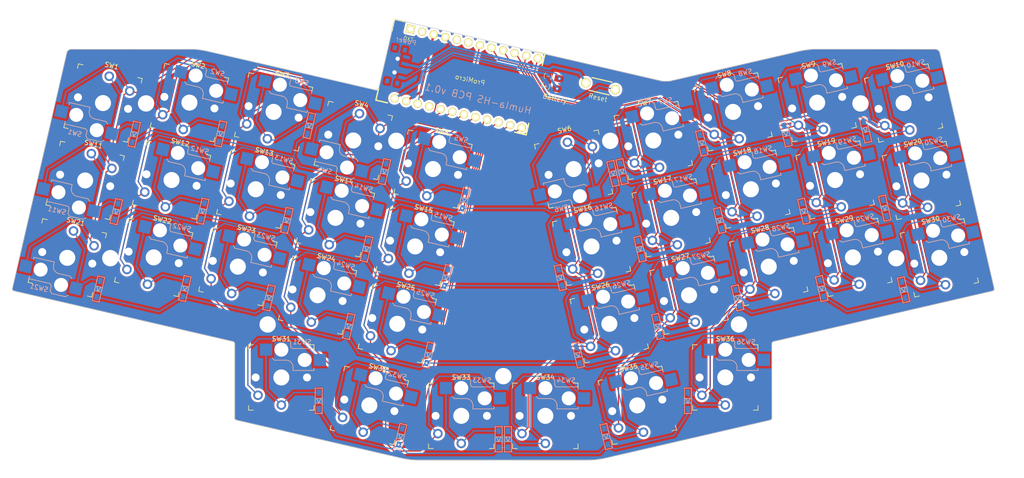
<source format=kicad_pcb>
(kicad_pcb (version 20240108) (generator "pcbnew") (generator_version "8.0")
  (title_block (title "Humla-HS") (date "2024-06-24") (rev "0.1") (company "Original Humla by jmnw") (comment 1 "modified by Eznel"))
  (layers (0 "F.Cu" signal) (31 "B.Cu" signal) (34 "B.Paste" user) (35 "F.Paste" user) (36 "B.SilkS" user "B.Silkscreen") (37 "F.SilkS" user "F.Silkscreen") (38 "B.Mask" user) (39 "F.Mask" user) (44 "Edge.Cuts" user))
  (net 0 "")
  (net 1 "col0")
  (net 2 "col1")
  (net 3 "col2")
  (net 4 "col3")
  (net 5 "col4")
  (net 6 "col5")
  (net 7 "GND")
  (net 8 "rowA")
  (net 9 "rowB")
  (net 10 "rowC")
  (net 11 "rowD")
  (net 12 "+5V")
  (net 13 "RAW")
  (net 14 "RST")
  (net 15 "Net-(BT1--)")
  (net 16 "col6")
  (net 17 "col7")
  (net 18 "col8")
  (net 19 "col9")
  (net 20 "Net-(D1-A)")
  (net 21 "Net-(D2-A)")
  (net 22 "Net-(D3-A)")
  (net 23 "Net-(D4-A)")
  (net 24 "Net-(D5-A)")
  (net 25 "Net-(D6-A)")
  (net 26 "Net-(D7-A)")
  (net 27 "Net-(D8-A)")
  (net 28 "Net-(D9-A)")
  (net 29 "Net-(D10-A)")
  (net 30 "Net-(D11-A)")
  (net 31 "Net-(D12-A)")
  (net 32 "Net-(D13-A)")
  (net 33 "Net-(D14-A)")
  (net 34 "Net-(D15-A)")
  (net 35 "Net-(D16-A)")
  (net 36 "Net-(D17-A)")
  (net 37 "Net-(D18-A)")
  (net 38 "Net-(D19-A)")
  (net 39 "Net-(D20-A)")
  (net 40 "Net-(D21-A)")
  (net 41 "Net-(D22-A)")
  (net 42 "Net-(D23-A)")
  (net 43 "Net-(D24-A)")
  (net 44 "Net-(D25-A)")
  (net 45 "Net-(D26-A)")
  (net 46 "Net-(D27-A)")
  (net 47 "Net-(D28-A)")
  (net 48 "Net-(D29-A)")
  (net 49 "Net-(D30-A)")
  (net 50 "Net-(D31-A)")
  (net 51 "Net-(D32-A)")
  (net 52 "Net-(D33-A)")
  (net 53 "Net-(D34-A)")
  (net 54 "Net-(D35-A)")
  (net 55 "Net-(D36-A)")
  (footprint "humla:Battery_pads" (layer "F.Cu") (at 149.950005 47.289428 77)
    (property "Reference" "BT1" (hide yes))
    (property "Value" "Battery_Cell")
  )
  (footprint "KeyboardParts:Kailh_socket_PG1350_optional" (layer "F.Cu") (at 52.491734 51.43632 167)
    (property "Reference" "SW1")
    (property "Value" "SW_Push")
  )
  (footprint "KeyboardParts:Kailh_socket_PG1350_optional" (layer "F.Cu") (at 70.986437 51.344363 -13)
    (property "Reference" "SW2")
    (property "Value" "SW_Push")
  )
  (footprint "KeyboardParts:Kailh_socket_PG1350_optional" (layer "F.Cu") (at 89.003126 53.322947 -13)
    (property "Reference" "SW3")
    (property "Value" "SW_Push")
  )
  (footprint "KeyboardParts:Kailh_socket_PG1350_optional" (layer "F.Cu") (at 106.063754 59.442604 167)
    (property "Reference" "SW4")
    (property "Value" "SW_Push")
  )
  (footprint "KeyboardParts:Kailh_socket_PG1350_optional" (layer "F.Cu") (at 123.124397 65.562256 -13)
    (property "Reference" "SW5")
    (property "Value" "SW_Push")
  )
  (footprint "KeyboardParts:Kailh_socket_PG1350_optional" (layer "F.Cu") (at 153.229944 65.565063 -167)
    (property "Reference" "SW6")
    (property "Value" "SW_Push")
  )
  (footprint "KeyboardParts:Kailh_socket_PG1350_optional" (layer "F.Cu") (at 170.290579 59.445411 13)
    (property "Reference" "SW7")
    (property "Value" "SW_Push")
  )
  (footprint "KeyboardParts:Kailh_socket_PG1350_optional" (layer "F.Cu") (at 187.351222 53.325759 13)
    (property "Reference" "SW8")
    (property "Value" "SW_Push")
  )
  (footprint "KeyboardParts:Kailh_socket_PG1350_optional" (layer "F.Cu") (at 205.3679 51.34717 13)
    (property "Reference" "SW9")
    (property "Value" "SW_Push")
  )
  (footprint "KeyboardParts:Kailh_socket_PG1350_optional" (layer "F.Cu") (at 223.862603 51.439127 13)
    (property "Reference" "SW10")
    (property "Value" "SW_Push")
  )
  (footprint "KeyboardParts:Kailh_socket_PG1350_optional" (layer "F.Cu") (at 48.667568 68.000605 167)
    (property "Reference" "SW11")
    (property "Value" "SW_Push")
  )
  (footprint "KeyboardParts:Kailh_socket_PG1350_optional" (layer "F.Cu") (at 67.162269 67.908655 -13)
    (property "Reference" "SW12")
    (property "Value" "SW_Push")
  )
  (footprint "KeyboardParts:Kailh_socket_PG1350_optional" (layer "F.Cu") (at 85.178957 69.887241 -13)
    (property "Reference" "SW13")
    (property "Value" "SW_Push")
  )
  (footprint "KeyboardParts:Kailh_socket_PG1350_optional" (layer "F.Cu") (at 102.239592 76.006894 -13)
    (property "Reference" "SW14")
    (property "Value" "SW_Push")
  )
  (footprint "KeyboardParts:Kailh_socket_PG1350_optional" (layer "F.Cu") (at 119.300237 82.126544 -13)
    (property "Reference" "SW15")
    (property "Value" "SW_Push")
  )
  (footprint "KeyboardParts:Kailh_socket_PG1350_optional" (layer "F.Cu") (at 157.054112 82.129355 13)
    (property "Reference" "SW16")
    (property "Value" "SW_Push")
  )
  (footprint "KeyboardParts:Kailh_socket_PG1350_optional" (layer "F.Cu") (at 174.114748 76.009698 13)
    (property "Reference" "SW17")
    (property "Value" "SW_Push")
  )
  (footprint "KeyboardParts:Kailh_socket_PG1350_optional" (layer "F.Cu") (at 191.175382 69.890046 13)
    (property "Reference" "SW18")
    (property "Value" "SW_Push")
  )
  (footprint "KeyboardParts:Kailh_socket_PG1350_optional" (layer "F.Cu") (at 209.192072 67.911469 13)
    (property "Reference" "SW19")
    (property "Value" "SW_Push")
  )
  (footprint "KeyboardParts:Kailh_socket_PG1350_optional" (layer "F.Cu") (at 227.686773 68.003417 13)
    (property "Reference" "SW20")
    (property "Value" "SW_Push")
  )
  (footprint "KeyboardParts:Kailh_socket_PG1350_optional" (layer "F.Cu") (at 44.843394 84.564904 167)
    (property "Reference" "SW21")
    (property "Value" "SW_Push")
  )
  (footprint "KeyboardParts:Kailh_socket_PG1350_optional" (layer "F.Cu") (at 63.338108 84.472945 -13)
    (property "Reference" "SW22")
    (property "Value" "SW_Push")
  )
  (footprint "KeyboardParts:Kailh_socket_PG1350_optional" (layer "F.Cu") (at 81.354789 86.451534 -13)
    (property "Reference" "SW23")
    (property "Value" "SW_Push")
  )
  (footprint "KeyboardParts:Kailh_socket_PG1350_optional" (layer "F.Cu") (at 98.415423 92.571182 -13)
    (property "Reference" "SW24")
    (property "Value" "SW_Push")
  )
  (footprint "KeyboardParts:Kailh_socket_PG1350_optional" (layer "F.Cu") (at 115.476069 98.690841 -13)
    (property "Reference" "SW25")
    (property "Value" "SW_Push")
  )
  (footprint "KeyboardParts:Kailh_socket_PG1350_optional" (layer "F.Cu") (at 160.878277 98.693648 13)
    (property "Reference" "SW26")
    (property "Value" "SW_Push")
  )
  (footprint "KeyboardParts:Kailh_socket_PG1350_optional" (layer "F.Cu") (at 177.938922 92.573994 13)
    (property "Reference" "SW27")
    (property "Value" "SW_Push")
  )
  (footprint "KeyboardParts:Kailh_socket_PG1350_optional" (layer "F.Cu") (at 194.999558 86.454333 13)
    (property "Reference" "SW28")
    (property "Value" "SW_Push")
  )
  (footprint "KeyboardParts:Kailh_socket_PG1350_optional" (layer "F.Cu") (at 213.016242 84.475755 13)
    (property "Reference" "SW29")
    (property "Value" "SW_Push")
  )
  (footprint "KeyboardParts:Kailh_socket_PG1350_optional" (layer "F.Cu") (at 231.510942 84.567714 13)
    (property "Reference" "SW30")
    (property "Value" "SW_Push")
  )
  (footprint "KeyboardParts:Kailh_socket_PG1350_optional" (layer "F.Cu") (at 90.663599 110.175627)
    (property "Reference" "SW31")
    (property "Value" "SW_Push")
  )
  (footprint "KeyboardParts:Kailh_socket_PG1350_optional" (layer "F.Cu") (at 109.503404 116.144116 -13)
    (property "Reference" "SW32")
    (property "Value" "SW_Push")
  )
  (footprint "KeyboardParts:Kailh_socket_PG1350_optional" (layer "F.Cu") (at 147.177967 118.393744)
    (property "Reference" "SW34")
    (property "Value" "SW_Push")
  )
  (footprint "KeyboardParts:Kailh_socket_PG1350_optional" (layer "F.Cu") (at 166.857106 116.147584 13)
    (property "Reference" "SW35")
    (property "Value" "SW_Push")
  )
  (footprint "KeyboardParts:Kailh_socket_PG1350_optional" (layer "F.Cu") (at 185.698744 110.171436)
    (property "Reference" "SW36")
    (property "Value" "SW_Push")
  )
  (footprint "KeyboardParts:Kailh_socket_PG1350_optional" (layer "F.Cu") (at 129.181067 118.393441)
    (property "Reference" "SW33")
    (property "Value" "SW_Push")
  )
  (footprint "humla:M2_hole_3.5mm" (layer "F.Cu") (at 61.710967 51.512137)
    (property "Reference" "h2" (hide yes))
    (property "Value" "h2")
  )
  (footprint "humla:M2_hole_3.5mm" (layer "F.Cu") (at 54.062632 84.640725)
    (property "Reference" "h2" (hide yes))
    (property "Value" "h2")
  )
  (footprint "humla:M2_hole_3.5mm" (layer "F.Cu") (at 222.291706 84.643533)
    (property "Reference" "h2" (hide yes))
    (property "Value" "h2")
  )
  (footprint "humla:M2_hole_3.5mm" (layer "F.Cu") (at 87.73401 98.828767)
    (property "Reference" "h2" (hide yes))
    (property "Value" "h2")
  )
  (footprint "humla:M2_hole_3.5mm" (layer "F.Cu") (at 188.620332 98.831579)
    (property "Reference" "h2" (hide yes))
    (property "Value" "h2")
  )
  (footprint "humla:Reset" (layer "F.Cu") (at 158.994622 47.834309 167)
    (property "Reference" "SW37" (hide yes))
    (property "Value" "SW_Push")
  )
  (footprint "humla:M2_hole_3.5mm" (layer "F.Cu") (at 161.071342 59.521232)
    (property "Reference" "h2" (hide yes))
    (property "Value" "h2")
  )
  (footprint "humla:M2_hole_3.5mm" (layer "F.Cu") (at 115.28299 59.518421)
    (property "Reference" "h2" (hide yes))
    (property "Value" "h2")
  )
  (footprint "humla:M2_hole_3.5mm" (layer "F.Cu") (at 138.181072 109.893441)
    (property "Reference" "h2" (hide yes))
    (property "Value" "h2")
  )
  (footprint "humla:M2_hole_3.5mm" (layer "F.Cu") (at 214.64337 51.514951)
    (property "Reference" "h2" (hide yes))
    (property "Value" "h2")
  )
  (footprint "humla:ArduinoProMicro" (layer "B.Cu") (at 118.328918 35.584726 -13)
    (property "Reference" "U1" (hide yes))
    (property "Value" "ProMicro" (hide yes))
  )
  (footprint "humla:D3_SMD" (layer "B.Cu") (at 59.161945 58.107772 77)
    (property "Reference" "D1" (hide yes))
    (property "Value" "D_Small" (hide yes))
  )
  (footprint "humla:D3_SMD" (layer "B.Cu") (at 77.65665 58.015823 77)
    (property "Reference" "D2" (hide yes))
    (property "Value" "D_Small" (hide yes))
  )
  (footprint "humla:D3_SMD" (layer "B.Cu") (at 96.640371 56.262055 77)
    (property "Reference" "D3" (hide yes))
    (property "Value" "D_Small" (hide yes))
  )
  (footprint "humla:D3_SMD" (layer "B.Cu") (at 112.73397 66.114064 77)
    (property "Reference" "D4" (hide yes))
    (property "Value" "D_Small" (hide yes))
  )
  (footprint "humla:D3_SMD" (layer "B.Cu") (at 129.794607 72.233714 77)
    (property "Reference" "D5" (hide yes))
    (property "Value" "D_Small" (hide yes))
  )
  (footprint "humla:D3_SMD" (layer "B.Cu") (at 161.677519 66.513776 103)
    (property "Reference" "D6" (hide yes))
    (property "Value" "D_Small" (hide yes))
  )
  (footprint "humla:D3_SMD" (layer "B.Cu") (at 163.620375 66.116873 103)
    (property "Reference" "D7" (hide yes))
    (property "Value" "D_Small" (hide yes))
  )
  (footprint "humla:D3_SMD" (layer "B.Cu") (at 180.681015 59.997216 103)
    (property "Reference" "D8" (hide yes))
    (property "Value" "D_Small" (hide yes))
  )
  (footprint "humla:D3_SMD" (layer "B.Cu") (at 198.697697 58.018636 103)
    (property "Reference" "D9" (hide yes))
    (property "Value" "D_Small" (hide yes))
  )
  (footprint "humla:D3_SMD" (layer "B.Cu") (at 215.71038 57.169533 103)
    (property "Reference" "D10" (hide yes))
    (property "Value" "D_Small" (hide yes))
  )
  (footprint "humla:D3_SMD" (layer "B.Cu") (at 55.337777 74.672069 77)
    (property "Reference" "D11" (hide yes))
    (property "Value" "D_Small" (hide yes))
  )
  (footprint "humla:D3_SMD" (layer "B.Cu") (at 73.832476 74.580115 77)
    (property "Reference" "D12" (hide yes))
    (property "Value" "D_Small" (hide yes))
  )
  (footprint "humla:D3_SMD" (layer "B.Cu") (at 91.849154 76.5587 77)
    (property "Reference" "D13" (hide yes))
    (property "Value" "D_Small" (hide yes))
  )
  (footprint "humla:D3_SMD" (layer "B.Cu") (at 108.909797 82.678351 77)
    (property "Reference" "D14" (hide yes))
    (property "Value" "D_Small" (hide yes))
  )
  (footprint "humla:D3_SMD" (layer "B.Cu") (at 125.970439 88.798004 77)
    (property "Reference" "D15" (hide yes))
    (property "Value" "D_Small" (hide yes))
  )
  (footprint "humla:D3_SMD" (layer "B.Cu") (at 150.383904 88.800819 103)
    (property "Reference" "D16" (hide yes))
    (property "Value" "D_Small" (hide yes))
  )
  (footprint "humla:D3_SMD" (layer "B.Cu") (at 167.444547 82.681163 103)
    (property "Reference" "D17" (hide yes))
    (property "Value" "D_Small" (hide yes))
  )
  (footprint "humla:D3_SMD" (layer "B.Cu") (at 184.50518 76.561509 103)
    (property "Reference" "D18" (hide yes))
    (property "Value" "D_Small" (hide yes))
  )
  (footprint "humla:D3_SMD" (layer "B.Cu") (at 202.521865 74.582924 103)
    (property "Reference" "D19" (hide yes))
    (property "Value" "D_Small" (hide yes))
  )
  (footprint "humla:D3_SMD" (layer "B.Cu") (at 219.834379 73.921181 103)
    (property "Reference" "D20" (hide yes))
    (property "Value" "D_Small" (hide yes))
  )
  (footprint "humla:D3_SMD" (layer "B.Cu") (at 51.513608 91.236355 77)
    (property "Reference" "D21" (hide yes))
    (property "Value" "D_Small" (hide yes))
  )
  (footprint "humla:D3_SMD" (layer "B.Cu") (at 70.008305 91.144396 77)
    (property "Reference" "D22" (hide yes))
    (property "Value" "D_Small" (hide yes))
  )
  (footprint "humla:D3_SMD" (layer "B.Cu") (at 88.024994 93.122989 77)
    (property "Reference" "D23" (hide yes))
    (property "Value" "D_Small" (hide yes))
  )
  (footprint "humla:D3_SMD" (layer "B.Cu") (at 105.085628 99.242642 77)
    (property "Reference" "D24" (hide yes))
    (property "Value" "D_Small" (hide yes))
  )
  (footprint "humla:D3_SMD" (layer "B.Cu") (at 122.146267 105.362299 77)
    (property "Reference" "D25" (hide yes))
    (property "Value" "D_Small" (hide yes))
  )
  (footprint "humla:D3_SMD" (layer "B.Cu") (at 154.208071 105.365115 103)
    (property "Reference" "D26" (hide yes))
    (property "Value" "D_Small" (hide yes))
  )
  (footprint "humla:D3_SMD" (layer "B.Cu") (at 171.268711 99.245453 103)
    (property "Reference" "D27" (hide yes))
    (property "Value" "D_Small" (hide yes))
  )
  (footprint "humla:D3_SMD" (layer "B.Cu") (at 188.329353 93.125803 103)
    (property "Reference" "D28" (hide yes))
    (property "Value" "D_Small" (hide yes))
  )
  (footprint "humla:D3_SMD" (layer "B.Cu") (at 206.346035 91.147216 103)
    (property "Reference" "D29" (hide yes))
    (property "Value" "D_Small" (hide yes))
  )
  (footprint "humla:D3_SMD" (layer "B.Cu") (at 223.872248 91.411123 103)
    (property "Reference" "D30" (hide yes))
    (property "Value" "D_Small" (hide yes))
  )
  (footprint "humla:D3_SMD" (layer "B.Cu") (at 98.663601 115.17562 90)
    (property "Reference" "D31" (hide yes))
    (property "Value" "D_Small" (hide yes))
  )
  (footprint "humla:D3_SMD" (layer "B.Cu") (at 116.173605 122.815579 77)
    (property "Reference" "D32" (hide yes))
    (property "Value" "D_Small" (hide yes))
  )
  (footprint "humla:D3_SMD" (layer "B.Cu") (at 139.177965 123.393746 90)
    (property "Reference" "D34" (hide yes))
    (property "Value" "D_Small" (hide yes))
  )
  (footprint "humla:D3_SMD" (layer "B.Cu") (at 160.186894 122.819046 103)
    (property "Reference" "D35" (hide yes))
    (property "Value" "D_Small" (hide yes))
  )
  (footprint "humla:D3_SMD" (layer "B.Cu") (at 177.69874 115.171432 90)
    (property "Reference" "D36" (hide yes))
    (property "Value" "D_Small" (hide yes))
  )
  (footprint "humla:D3_SMD" (layer "B.Cu") (at 137.181071 123.393443 90)
    (property "Reference" "D33" (hide yes))
    (property "Value" "D_Small" (hide yes))
  )
  (footprint "humla:power_switch" (layer "B.Cu") (at 115.219872 43.405798 77)
    (property "Reference" "SW38" (hide yes))
    (property "Value" "SW_SPDT")
  )
  (gr_arc (start 81.066958 119.327752) (mid 80.771871 119.14635) (end 80.656384 118.819759) (stroke (width 0.15)) (layer "Edge.Cuts"))
  (gr_line (start 195.684456 102.944748) (end 195.699852 118.819753) (stroke (width 0.15)) (layer "Edge.Cuts"))
  (gr_line (start 116.245999 127.446722) (end 81.066958 119.327752) (stroke (width 0.15)) (layer "Edge.Cuts"))
  (gr_line (start 114.798846 33.932895) (end 111.493534 48.295694) (stroke (width 0.15)) (layer "Edge.Cuts"))
  (gr_line (start 231.636624 40.656084) (end 243.283836 91.12721) (stroke (width 0.15)) (layer "Edge.Cuts"))
  (gr_arc (start 195.699852 118.819748) (mid 195.584358 119.14631) (end 195.289287 119.32775) (stroke (width 0.15)) (layer "Edge.Cuts"))
  (gr_arc (start 195.68445 102.94475) (mid 195.783053 102.673812) (end 196.018317 102.507158) (stroke (width 0.15)) (layer "Edge.Cuts"))
  (gr_arc (start 120.182128 127.891923) (mid 118.201541 127.780035) (end 116.245999 127.446722) (stroke (width 0.15)) (layer "Edge.Cuts"))
  (gr_arc (start 160.118257 127.446722) (mid 158.162716 127.780042) (end 156.182129 127.891924) (stroke (width 0.15)) (layer "Edge.Cuts"))
  (gr_arc (start 44.722626 40.653435) (mid 45.078997 40.115133) (end 45.690018 39.906719) (stroke (width 0.15)) (layer "Edge.Cuts"))
  (gr_arc (start 173.978744 46.66704) (mid 173.024421 46.749371) (end 172.068643 46.686142) (stroke (width 0.15)) (layer "Edge.Cuts"))
  (gr_arc (start 33.408623 91.673232) (mid 33.119946 91.446869) (end 33.075291 91.082738) (stroke (width 0.15)) (layer "Edge.Cuts"))
  (gr_arc (start 243.283836 91.12721) (mid 243.206966 91.485925) (end 242.899225 91.685666) (stroke (width 0.15)) (layer "Edge.Cuts"))
  (gr_arc (start 230.669229 39.909376) (mid 231.280244 40.117775) (end 231.636615 40.656086) (stroke (width 0.15)) (layer "Edge.Cuts"))
  (gr_line (start 80.659855 102.944753) (end 80.65985 118.819744) (stroke (width 0.15)) (layer "Edge.Cuts"))
  (gr_line (start 33.408623 91.673232) (end 80.325985 102.507156) (stroke (width 0.15)) (layer "Edge.Cuts"))
  (gr_arc (start 72.246597 39.917374) (mid 73.575498 40.066043) (end 74.88934 40.314839) (stroke (width 0.15)) (layer "Edge.Cuts"))
  (gr_line (start 173.978746 46.667044) (end 201.471572 40.320641) (stroke (width 0.15)) (layer "Edge.Cuts"))
  (gr_arc (start 80.325985 102.507156) (mid 80.56124 102.673829) (end 80.659855 102.944746) (stroke (width 0.15)) (layer "Edge.Cuts"))
  (gr_line (start 115.38934 33.59957) (end 172.068643 46.686142) (stroke (width 0.15)) (layer "Edge.Cuts"))
  (gr_arc (start 111.493534 48.295694) (mid 111.267185 48.584408) (end 110.903045 48.629028) (stroke (width 0.15)) (layer "Edge.Cuts"))
  (gr_arc (start 114.798846 33.932895) (mid 115.025213 33.64421) (end 115.389343 33.599561) (stroke (width 0.15)) (layer "Edge.Cuts"))
  (gr_line (start 120.182129 127.891925) (end 156.182136 127.891922) (stroke (width 0.15)) (layer "Edge.Cuts"))
  (gr_line (start 242.899226 91.685663) (end 196.018317 102.507158) (stroke (width 0.15)) (layer "Edge.Cuts"))
  (gr_line (start 45.690018 39.906719) (end 72.246593 39.917374) (stroke (width 0.15)) (layer "Edge.Cuts"))
  (gr_line (start 44.722624 40.653436) (end 33.0753 91.08274) (stroke (width 0.15)) (layer "Edge.Cuts"))
  (gr_line (start 160.118257 127.446722) (end 195.289287 119.32775) (stroke (width 0.15)) (layer "Edge.Cuts"))
  (gr_line (start 230.669229 39.909376) (end 205.407701 39.875436) (stroke (width 0.15)) (layer "Edge.Cuts"))
  (gr_arc (start 201.471572 40.320641) (mid 203.427113 39.987323) (end 205.4077 39.875442) (stroke (width 0.15)) (layer "Edge.Cuts"))
  (gr_line (start 74.88934 40.314839) (end 110.903028 48.62902) (stroke (width 0.15)) (layer "Edge.Cuts"))
  (gr_text "Humla-HS PCB v0.1" (at 144.284373 53.169009 -13) (layer "B.SilkS") (effects (font (size 1.5 1.5)) (justify left mirror)))
  (segment (start 121.270576 54.533337) (end 113.124786 52.652735) (width 0.25) (layer "F.Cu") (net 1))
  (segment (start 53.632824 64.204245) (end 54.394232 65.422753) (width 0.25) (layer "F.Cu") (net 1))
  (segment (start 59.62971 49.184296) (end 58.218396 48.858467) (width 0.25) (layer "F.Cu") (net 1))
  (segment (start 113.124786 52.652735) (end 111.063885 49.354602) (width 0.25) (layer "F.Cu") (net 1))
  (segment (start 53.175723 66.184162) (end 49.808653 80.768548) (width 0.25) (layer "F.Cu") (net 1))
  (segment (start 54.394232 65.422753) (end 53.175723 66.184162) (width 0.25) (layer "F.Cu") (net 1))
  (segment (start 111.063885 49.354602) (end 73.307045 40.637747) (width 0.25) (layer "F.Cu") (net 1))
  (segment (start 73.307045 40.637747) (end 59.62971 49.184296) (width 0.25) (layer "F.Cu") (net 1))
  (segment (start 133.17832 39.012977) (end 131.333851 47.002248) (width 0.25) (layer "F.Cu") (net 1))
  (segment (start 123.800555 51.709571) (end 123.465245 53.161957) (width 0.25) (layer "F.Cu") (net 1))
  (segment (start 58.218396 48.858467) (end 56.999889 49.619878) (width 0.25) (layer "F.Cu") (net 1))
  (segment (start 131.333851 47.002248) (end 123.800555 51.709571) (width 0.25) (layer "F.Cu") (net 1))
  (segment (start 123.465245 53.161957) (end 121.270576 54.533337) (width 0.25) (layer "F.Cu") (net 1))
  (segment (start 49.808653 80.768548) (end 50.570058 81.987053) (width 0.25) (layer "F.Cu") (net 1))
  (segment (start 56.999889 49.619878) (end 53.632824 64.204245) (width 0.25) (layer "F.Cu") (net 1))
  (segment (start 47.644152 77.304624) (end 50.570058 81.987053) (width 0.25) (layer "B.Cu") (net 1))
  (segment (start 43.585255 53.228737) (end 44.558519 49.013062) (width 0.25) (layer "B.Cu") (net 1))
  (segment (start 55.292491 44.176043) (end 58.218396 48.858467) (width 0.25) (layer "B.Cu") (net 1))
  (segment (start 49.282712 60.235745) (end 51.468333 60.740335) (width 0.25) (layer "B.Cu") (net 1))
  (segment (start 45.458545 76.800037) (end 47.644152 77.304624) (width 0.25) (layer "B.Cu") (net 1))
  (segment (start 39.76109 69.793023) (end 40.0595 68.500463) (width 0.25) (layer "B.Cu") (net 1))
  (segment (start 40.734354 65.577353) (end 49.282712 60.235745) (width 0.25) (layer "B.Cu") (net 1))
  (segment (start 53.106881 43.671455) (end 55.292491 44.176043) (width 0.25) (layer "B.Cu") (net 1))
  (segment (start 44.558519 49.013062) (end 53.106881 43.671455) (width 0.25) (layer "B.Cu") (net 1))
  (segment (start 51.468333 60.740335) (end 54.394232 65.422753) (width 0.25) (layer "B.Cu") (net 1))
  (segment (start 39.76109 69.793023) (end 40.734354 65.577353) (width 0.25) (layer "B.Cu") (net 1))
  (segment (start 35.936917 86.35732) (end 36.910181 82.141646) (width 0.25) (layer "B.Cu") (net 1))
  (segment (start 36.910181 82.141646) (end 45.458545 76.800037) (width 0.25) (layer "B.Cu") (net 1))
  (segment (start 39.761086 69.793025) (end 39.76109 69.793023) (width 0.25) (layer "B.Cu") (net 1))
  (segment (start 62.98426 55.344112) (end 60.013706 68.210994) (width 0.25) (layer "F.Cu") (net 2))
  (segment (start 65.259772 53.922215) (end 62.98426 55.344112) (width 0.25) (layer "F.Cu") (net 2))
  (segment (start 66.560079 53.191769) (end 65.926444 53.58771) (width 0.25) (layer "F.Cu") (net 2))
  (segment (start 61.435604 70.486507) (end 59.160091 71.908404) (width 0.25) (layer "F.Cu") (net 2))
  (segment (start 65.830531 53.565567) (end 65.259772 53.922215) (width 0.25) (layer "F.Cu") (net 2))
  (segment (start 60.013706 68.210994) (end 61.435604 70.486507) (width 0.25) (layer "F.Cu") (net 2))
  (segment (start 68.441482 45.042526) (end 66.560079 53.191769) (width 0.25) (layer "F.Cu") (net 2))
  (segment (start 56.18954 84.775276) (end 57.611442 87.050796) (width 0.25) (layer "F.Cu") (net 2))
  (segment (start 124.603116 53.573584) (end 121.982821 55.210925) (width 0.25) (layer "F.Cu") (net 2))
  (segment (start 74.301838 41.380569) (end 68.441482 45.042526) (width 0.25) (layer "F.Cu") (net 2))
  (segment (start 110.818507 49.811105) (end 74.301838 41.380569) (width 0.25) (layer "F.Cu") (net 2))
  (segment (start 124.800266 52.719625) (end 124.603116 53.573584) (width 0.25) (layer "F.Cu") (net 2))
  (segment (start 121.982821 55.210925) (end 112.879411 53.109236) (width 0.25) (layer "F.Cu") (net 2))
  (segment (start 59.160091 71.908404) (end 56.18954 84.775276) (width 0.25) (layer "F.Cu") (net 2))
  (segment (start 112.879411 53.109236) (end 110.818507 49.811105) (width 0.25) (layer "F.Cu") (net 2))
  (segment (start 65.926444 53.58771) (end 65.830531 53.565567) (width 0.25) (layer "F.Cu") (net 2))
  (segment (start 61.949837 59.824693) (end 60.013706 68.210994) (width 0.25) (layer "B.Cu") (net 2))
  (segment (start 63.837873 51.646701) (end 65.259772 53.922215) (width 0.25) (layer "B.Cu") (net 2))
  (segment (start 65.717765 43.503994) (end 63.837873 51.646701) (width 0.25) (layer "B.Cu") (net 2))
  (segment (start 68.416239 41.817801) (end 65.717765 43.503994) (width 0.25) (layer "B.Cu") (net 2))
  (segment (start 76.068747 66.116237) (end 72.379857 60.21278) (width 0.25) (layer "B.Cu") (net 2))
  (segment (start 79.892917 49.551943) (end 76.180124 43.610237) (width 0.25) (layer "B.Cu") (net 2))
  (segment (start 58.301057 86.619882) (end 57.491512 87.125742) (width 0.25) (layer "B.Cu") (net 2))
  (segment (start 72.387031 60.1817) (end 64.348477 58.325855) (width 0.25) (layer "B.Cu") (net 2))
  (segment (start 64.348477 58.325855) (end 61.949837 59.824693) (width 0.25) (layer "B.Cu") (net 2))
  (segment (start 72.244586 82.680528) (end 68.555689 76.777062) (width 0.25) (layer "B.Cu") (net 2))
  (segment (start 72.379857 60.21278) (end 72.387031 60.1817) (width 0.25) (layer "B.Cu") (net 2))
  (segment (start 56.18954 84.775276) (end 57.611442 87.050796) (width 0.25) (layer "B.Cu") (net 2))
  (segment (start 60.767903 74.946383) (end 58.06943 76.632577) (width 0.25) (layer "B.Cu") (net 2))
  (segment (start 76.180124 43.610237) (end 68.416239 41.817801) (width 0.25) (layer "B.Cu") (net 2))
  (segment (start 62.125213 70.05559) (end 61.31567 70.561448) (width 0.25) (layer "B.Cu") (net 2))
  (segment (start 58.06943 76.632577) (end 56.18954 84.775276) (width 0.25) (layer "B.Cu") (net 2))
  (segment (start 68.562863 76.745993) (end 60.767903 74.946383) (width 0.25) (layer "B.Cu") (net 2))
  (segment (start 68.555689 76.777062) (end 68.562863 76.745993) (width 0.25) (layer "B.Cu") (net 2))
  (segment (start 65.949381 53.491297) (end 65.139846 53.997153) (width 0.25) (layer "B.Cu") (net 2))
  (segment (start 60.013706 68.210994) (end 61.435604 70.486507) (width 0.25) (layer "B.Cu") (net 2))
  (segment (start 83.27646 55.900799) (end 81.000939 57.322701) (width 0.25) (layer "F.Cu") (net 3))
  (segment (start 79.452292 72.46509) (end 77.176772 73.886994) (width 0.25) (layer "F.Cu") (net 3))
  (segment (start 112.60648 53.521642) (end 110.535663 50.207641) (width 0.25) (layer "F.Cu") (net 3))
  (segment (start 83.855463 53.849237) (end 83.399583 55.823863) (width 0.25) (layer "F.Cu") (net 3))
  (segment (start 110.535663 50.207641) (end 95.308979 46.692284) (width 0.25) (layer "F.Cu") (net 3))
  (segment (start 75.628123 89.029386) (end 75.628126 92.785529) (width 0.25) (layer "F.Cu") (net 3))
  (segment (start 122.97655 55.915762) (end 112.60648 53.521642) (width 0.25) (layer "F.Cu") (net 3))
  (segment (start 75.628126 92.785529) (end 83.511605 100.669008) (width 0.25) (layer "F.Cu") (net 3))
  (segment (start 81.000939 57.322701) (end 78.026314 70.207216) (width 0.25) (layer "F.Cu") (net 3))
  (segment (start 77.176772 73.886994) (end 74.202149 86.771509) (width 0.25) (layer "F.Cu") (net 3))
  (segment (start 79.434646 72.461017) (end 79.452292 72.46509) (width 0.25) (layer "F.Cu") (net 3))
  (segment (start 78.026314 70.207216) (end 79.434646 72.461017) (width 0.25) (layer "F.Cu") (net 3))
  (segment (start 123.004105 55.95986) (end 122.97655 55.915762) (width 0.25) (layer "F.Cu") (net 3))
  (segment (start 74.522056 87.259308) (end 75.628123 89.029386) (width 0.25) (layer "F.Cu") (net 3))
  (segment (start 83.511606 111.823633) (end 85.663597 113.975629) (width 0.25) (layer "F.Cu") (net 3))
  (segment (start 74.202149 86.771509) (end 74.504414 87.255234) (width 0.25) (layer "F.Cu") (net 3))
  (segment (start 95.308979 46.692284) (end 83.855463 53.849237) (width 0.25) (layer "F.Cu") (net 3))
  (segment (start 127.275167 53.291003) (end 123.004105 55.95986) (width 0.25) (layer "F.Cu") (net 3))
  (segment (start 74.504414 87.255234) (end 74.522056 87.259308) (width 0.25) (layer "F.Cu") (net 3))
  (segment (start 83.399583 55.823863) (end 83.27646 55.900799) (width 0.25) (layer "F.Cu") (net 3))
  (segment (start 83.511605 100.669008) (end 83.511606 111.823633) (width 0.25) (layer "F.Cu") (net 3))
  (segment (start 86.104973 44.105536) (end 83.70633 45.604373) (width 0.25) (layer "B.Cu") (net 3))
  (segment (start 78.03039 70.18957) (end 79.452292 72.46509) (width 0.25) (layer "B.Cu") (net 3))
  (segment (start 94.085437 68.094823) (end 90.841029 62.902686) (width 0.25) (layer "B.Cu") (net 3))
  (segment (start 83.966067 55.469878) (end 83.156528 55.975736) (width 0.25) (layer "B.Cu") (net 3))
  (segment (start 94.477844 46.038565) (end 86.104973 44.105536) (width 0.25) (layer "B.Cu") (net 3))
  (segment (start 81.854559 53.625277) (end 83.27646 55.900799) (width 0.25) (layer "B.Cu") (net 3))
  (segment (start 97.909605 51.530527) (end 94.477844 46.038565) (width 0.25) (layer "B.Cu") (net 3))
  (segment (start 74.206221 86.753866) (end 75.628123 89.029386) (width 0.25) (layer "B.Cu") (net 3))
  (segment (start 83.511603 104.169007) (end 83.511606 111.823633) (width 0.25) (layer "B.Cu") (net 3))
  (segment (start 79.825925 62.412255) (end 78.03039 70.18957) (width 0.25) (layer "B.Cu") (net 3))
  (segment (start 82.224567 60.913418) (end 79.825925 62.412255) (width 0.25) (layer "B.Cu") (net 3))
  (segment (start 94.431979 101.919008) (end 85.761603 101.919008) (width 0.25) (layer "B.Cu") (net 3))
  (segment (start 78.456636 77.234117) (end 76.057995 78.732955) (width 0.25) (layer "B.Cu") (net 3))
  (segment (start 86.829504 79.167148) (end 78.456636 77.234117) (width 0.25) (layer "B.Cu") (net 3))
  (segment (start 76.317733 88.598459) (end 75.508189 89.104322) (width 0.25) (layer "B.Cu") (net 3))
  (segment (start 90.261268 84.659113) (end 86.829504 79.167148) (width 0.25) (layer "B.Cu") (net 3))
  (segment (start 98.938596 106.425628) (end 94.431979 101.919008) (width 0.25) (layer "B.Cu") (net 3))
  (segment (start 85.563591 114.075621) (end 86.238603 113.400618) (width 0.25) (layer "B.Cu") (net 3))
  (segment (start 76.057995 78.732955) (end 74.206221 86.753866) (width 0.25) (layer "B.Cu") (net 3))
  (segment (start 83.511606 111.823633) (end 85.663597 113.975629) (width 0.25) (layer "B.Cu") (net 3))
  (segment (start 80.141905 72.034176) (end 79.33236 72.540031) (width 0.25) (layer "B.Cu") (net 3))
  (segment (start 90.841029 62.902686) (end 82.224567 60.913418) (width 0.25) (layer "B.Cu") (net 3))
  (segment (start 85.761603 101.919008) (end 83.511603 104.169007) (width 0.25) (layer "B.Cu") (net 3))
  (segment (start 83.70633 45.604373) (end 81.854559 53.625277) (width 0.25) (layer "B.Cu") (net 3))
  (segment (start 111.239642 59.250436) (end 105.96583 62.54588) (width 0.25) (layer "F.Cu") (net 4))
  (segment (start 101.511604 107.919008) (end 101.511604 116.456831) (width 0.25) (layer "F.Cu") (net 4))
  (segment (start 105.96583 62.54588) (end 104.980161 62.318322) (width 0.25) (layer "F.Cu") (net 4))
  (segment (start 111.790422 56.864752) (end 111.239642 59.250436) (width 0.25) (layer "F.Cu") (net 4))
  (segment (start 97.198482 67.180852) (end 95.091028 76.309231) (width 0.25) (layer "F.Cu") (net 4))
  (segment (start 94.237414 80.006643) (end 91.266861 92.87352) (width 0.25) (layer "F.Cu") (net 4))
  (segment (start 95.091028 76.309231) (end 96.512926 78.584746) (width 0.25) (layer "F.Cu") (net 4))
  (segment (start 124.939307 56.868472) (end 115.333492 54.650795) (width 0.25) (layer "F.Cu") (net 4))
  (segment (start 115.333492 54.650795) (end 111.790422 56.864752) (width 0.25) (layer "F.Cu") (net 4))
  (segment (start 129.750064 53.862379) (end 124.983405 56.840919) (width 0.25) (layer "F.Cu") (net 4))
  (segment (start 96.512926 78.584746) (end 94.237414 80.006643) (width 0.25) (layer "F.Cu") (net 4))
  (segment (start 91.266861 92.87352) (end 92.688761 95.149031) (width 0.25) (layer "F.Cu") (net 4))
  (segment (start 104.980161 62.318322) (end 97.198482 67.180852) (width 0.25) (layer "F.Cu") (net 4))
  (segment (start 92.688761 99.096164) (end 101.511604 107.919008) (width 0.25) (layer "F.Cu") (net 4))
  (segment (start 101.511604 116.456831) (end 103.776741 118.721966) (width 0.25) (layer "F.Cu") (net 4))
  (segment (start 92.688761 95.149031) (end 92.688761 99.096164) (width 0.25) (layer "F.Cu") (net 4))
  (segment (start 97.157277 61.235022) (end 98.243016 56.532162) (width 0.25) (layer "B.Cu") (net 4))
  (segment (start 93.034277 85.217998) (end 91.266861 92.87352) (width 0.25) (layer "B.Cu") (net 4))
  (segment (start 96.858445 68.653707) (end 95.091028 76.309231) (width 0.25) (layer "B.Cu") (net 4))
  (segment (start 106.49155 51.377906) (end 108.67716 51.882494) (width 0.25) (layer "B.Cu") (net 4))
  (segment (start 107.807986 68.872424) (end 99.556919 66.967513) (width 0.25) (layer "B.Cu") (net 4))
  (segment (start 103.796466 85.136887) (end 96.032582 83.344453) (width 0.25) (layer "B.Cu") (net 4))
  (segment (start 106.467583 107.049373) (end 104.06894 108.54821) (width 0.25) (layer "B.Cu") (net 4))
  (segment (start 98.243016 56.532162) (end 106.49155 51.377906) (width 0.25) (layer "B.Cu") (net 4))
  (segment (start 104.06894 108.54821) (end 102.27499 116.318664) (width 0.25) (layer "B.Cu") (net 4))
  (segment (start 99.556919 66.967513) (end 96.858445 68.653707) (width 0.25) (layer "B.Cu") (net 4))
  (segment (start 108.67716 51.882494) (end 111.790422 56.864752) (width 0.25) (layer "B.Cu") (net 4))
  (segment (start 107.321903 90.778766) (end 103.796466 85.136887) (width 0.25) (layer "B.Cu") (net 4))
  (segment (start 91.266861 92.87352) (end 92.688761 95.149031) (width 0.25) (layer "B.Cu") (net 4))
  (segment (start 97.202542 78.153825) (end 96.393001 78.659685) (width 0.25) (layer "B.Cu") (net 4))
  (segment (start 102.27499 116.318664) (end 103.776741 118.721966) (width 0.25) (layer "B.Cu") (net 4))
  (segment (start 95.091028 76.309231) (end 96.512926 78.584746) (width 0.25) (layer "B.Cu") (net 4))
  (segment (start 115.090904 109.040223) (end 106.467583 107.049373) (width 0.25) (layer "B.Cu") (net 4))
  (segment (start 96.032582 83.344453) (end 93.034277 85.217998) (width 0.25) (layer "B.Cu") (net 4))
  (segment (start 111.146071 74.214476) (end 107.807986 68.872424) (width 0.25) (layer "B.Cu") (net 4))
  (segment (start 118.409881 114.351697) (end 115.090904 109.040223) (width 0.25) (layer "B.Cu") (net 4))
  (segment (start 93.378369 94.718118) (end 92.568829 95.223977) (width 0.25) (layer "B.Cu") (net 4))
  (segment (start 104.466348 118.291054) (end 103.656809 118.796908) (width 0.25) (layer "B.Cu") (net 4))
  (segment (start 109.749406 101.268691) (end 109.749407 104.406809) (width 0.25) (layer "F.Cu") (net 5))
  (segment (start 116.984043 61.497571) (end 115.975837 65.864596) (width 0.25) (layer "F.Cu") (net 5))
  (segment (start 113.573574 84.704396) (end 111.298055 86.126299) (width 0.25) (layer "F.Cu") (net 5))
  (segment (start 132.224963 54.433757) (end 126.754582 57.852029) (width 0.25) (layer "F.Cu") (net 5))
  (segment (start 113.011604 124.169006) (end 114.761602 125.919008) (width 0.25) (layer "F.Cu") (net 5))
  (segment (start 109.749407 104.406809) (end 113.011603 107.669008) (width 0.25) (layer "F.Cu") (net 5))
  (segment (start 113.011603 107.669008) (end 113.011604 124.169006) (width 0.25) (layer "F.Cu") (net 5))
  (segment (start 114.761602 125.919008) (end 120.455505 125.919006) (width 0.25) (layer "F.Cu") (net 5))
  (segment (start 117.397734 68.140108) (end 114.822393 69.749357) (width 0.25) (layer "F.Cu") (net 5))
  (segment (start 114.822393 69.749357) (end 111.964316 82.129046) (width 0.25) (layer "F.Cu") (net 5))
  (segment (start 108.327502 98.993171) (end 109.749406 101.268693) (width 0.25) (layer "F.Cu") (net 5))
  (segment (start 120.455505 125.919006) (end 124.181068 122.193443) (width 0.25) (layer "F.Cu") (net 5))
  (segment (start 111.298055 86.126299) (end 108.327502 98.993171) (width 0.25) (layer "F.Cu") (net 5))
  (segment (start 126.754582 57.852029) (end 123.880139 57.188412) (width 0.25) (layer "F.Cu") (net 5))
  (segment (start 115.975837 65.864596) (end 117.397734 68.140108) (width 0.25) (layer "F.Cu") (net 5))
  (segment (start 123.880139 57.188412) (end 116.984043 61.497571) (width 0.25) (layer "F.Cu") (net 5))
  (segment (start 111.964316 82.129046) (end 113.573574 84.704396) (width 0.25) (layer "F.Cu") (net 5))
  (segment (start 120.950788 91.406458) (end 112.821509 89.529665) (width 0.25) (layer "B.Cu") (net 5))
  (segment (start 113.573574 84.704396) (end 111.964316 82.129046) (width 0.25) (layer "B.Cu") (net 5))
  (segment (start 122.261605 112.16901) (end 122.261602 120.273977) (width 0.25) (layer "B.Cu") (net 5))
  (segment (start 112.821509 89.529665) (end 110.123036 91.215859) (width 0.25) (layer "B.Cu") (net 5))
  (segment (start 114.263179 84.27348) (end 113.453641 84.779341) (width 0.25) (layer "B.Cu") (net 5))
  (segment (start 116.102255 73.096492) (end 124.962316 75.141998) (width 0.25) (layer "B.Cu") (net 5))
  (segment (start 110.123036 91.215859) (end 108.327502 98.993171) (width 0.25) (layer "B.Cu") (net 5))
  (segment (start 113.703611 74.59533) (end 116.102255 73.096492) (width 0.25) (layer "B.Cu") (net 5))
  (segment (start 124.756066 121.618442) (end 124.081068 122.293439) (width 0.25) (layer "B.Cu") (net 5))
  (segment (start 124.382549 96.898422) (end 120.950788 91.406458) (width 0.25) (layer "B.Cu") (net 5))
  (segment (start 128.599116 58.277873) (end 119.98266 56.288609) (width 0.25) (layer "B.Cu") (net 5))
  (segment (start 122.261602 120.273977) (end 124.181068 122.193443) (width 0.25) (layer "B.Cu") (net 5))
  (segment (start 116.163192 66.164427) (end 117.397734 68.140108) (width 0.25) (layer "B.Cu") (net 5))
  (segment (start 124.962316 75.141998) (end 128.206718 80.334127) (width 0.25) (layer "B.Cu") (net 5))
  (segment (start 118.087347 67.709193) (end 117.277806 68.215049) (width 0.25) (layer "B.Cu") (net 5))
  (segment (start 124.511604 109.919009) (end 122.261605 112.16901) (width 0.25) (layer "B.Cu") (net 5))
  (segment (start 132.030874 63.769838) (end 128.599116 58.277873) (width 0.25) (layer "B.Cu") (net 5))
  (segment (start 108.327502 98.993171) (end 109.749406 101.268693) (width 0.25) (layer "B.Cu") (net 5))
  (segment (start 132.731636 109.919009) (end 124.511604 109.919009) (width 0.25) (layer "B.Cu") (net 5))
  (segment (start 111.964316 82.129046) (end 113.703611 74.59533) (width 0.25) (layer "B.Cu") (net 5))
  (segment (start 110.439011 100.837775) (end 109.62947 101.343629) (width 0.25) (layer "B.Cu") (net 5))
  (segment (start 119.98266 56.288609) (end 118.183678 57.412736) (width 0.25) (layer "B.Cu") (net 5))
  (segment (start 118.183678 57.412736) (end 116.163192 66.164427) (width 0.25) (layer "B.Cu") (net 5))
  (segment (start 137.45607 114.643441) (end 132.731636 109.919009) (width 0.25) (layer "B.Cu") (net 5))
  (segment (start 146.402324 51.4221) (end 141.21599 43.12224) (width 0.25) (layer "F.Cu") (net 6))
  (segment (start 152.742919 68.984931) (end 154.084642 68.675171) (width 0.25) (layer "F.Cu") (net 6))
  (segment (start 143.511605 120.860109) (end 143.511602 111.419008) (width 0.25) (layer "F.Cu") (net 6))
  (segment (start 151.33927 71.231239) (end 152.742919 68.984931) (width 0.25) (layer "F.Cu") (net 6))
  (segment (start 156.86124 103.521011) (end 158.373306 101.101197) (width 0.25) (layer "F.Cu") (net 6))
  (segment (start 157.731936 62.838281) (end 156.561957 57.770544) (width 0.25) (layer "F.Cu") (net 6))
  (segment (start 151.409601 103.52101) (end 156.86124 103.521011) (width 0.25) (layer "F.Cu") (net 6))
  (segment (start 137.298839 42.217896) (end 135.653216 39.584356) (width 0.25) (layer "F.Cu") (net 6))
  (segment (start 153.037075 86.956719) (end 154.44836 84.69819) (width 0.25) (layer "F.Cu") (net 6))
  (segment (start 141.21599 43.12224) (end 137.298839 42.217896) (width 0.25) (layer "F.Cu") (net 6))
  (segment (start 154.44836 84.69819) (end 151.33927 71.231239) (width 0.25) (layer "F.Cu") (net 6))
  (segment (start 154.084642 68.675171) (end 157.731936 62.838281) (width 0.25) (layer "F.Cu") (net 6))
  (segment (start 143.511602 111.419008) (end 151.409601 103.52101) (width 0.25) (layer "F.Cu") (net 6))
  (segment (start 155.520329 88.743591) (end 153.100519 87.231525) (width 0.25) (layer "F.Cu") (net 6))
  (segment (start 156.561957 57.770544) (end 146.402324 51.4221) (width 0.25) (layer "F.Cu") (net 6))
  (segment (start 153.100519 87.231525) (end 153.037077 86.95672) (width 0.25) (layer "F.Cu") (net 6))
  (segment (start 142.177965 122.193744) (end 143.511605 120.860109) (width 0.25) (layer "F.Cu") (net 6))
  (segment (start 158.373306 101.101197) (end 155.520329 88.743591) (width 0.25) (layer "F.Cu") (net 6))
  (segment (start 152.237127 57.607198) (end 157.246981 60.737701) (width 0.25) (layer "B.Cu") (net 6))
  (segment (start 153.037077 86.95672) (end 149.46028 84.72169) (width 0.25) (layer "B.Cu") (net 6))
  (segment (start 155.452967 114.643745) (end 150.728229 109.919006) (width 0.25) (layer "B.Cu") (net 6))
  (segment (start 160.596924 72.946734) (end 163.903872 75.013143) (width 0.25) (layer "B.Cu") (net 6))
  (segment (start 151.492047 93.522234) (end 152.428819 92.023083) (width 0.25) (layer "B.Cu") (net 6))
  (segment (start 148.362377 58.501753) (end 152.237127 57.607198) (width 0.25) (layer "B.Cu") (net 6))
  (segment (start 144.494134 64.692236) (end 148.362377 58.501753) (width 0.25) (layer "B.Cu") (net 6))
  (segment (start 150.728229 109.919006) (end 142.511604 109.919009) (width 0.25) (layer "B.Cu") (net 6))
  (segment (start 152.152597 86.570795) (end 152.962134 87.076653) (width 0.25) (layer "B.Cu") (net 6))
  (segment (start 149.46028 84.72169) (end 147.780353 77.445128) (width 0.25) (layer "B.Cu") (net 6))
  (segment (start 146.010599 71.080422) (end 145.961943 71.050019) (width 0.25) (layer "B.Cu") (net 6))
  (segment (start 162.520401 89.693255) (end 168.097621 93.178289) (width 0.25) (layer "B.Cu") (net 6))
  (segment (start 145.961943 71.050019) (end 144.494134 64.692236) (width 0.25) (layer "B.Cu") (net 6))
  (segment (start 156.86124 103.521011) (end 153.284449 101.285984) (width 0.25) (layer "B.Cu") (net 6))
  (segment (start 142.511604 109.919009) (end 140.011604 112.419008) (width 0.25) (layer "B.Cu") (net 6))
  (segment (start 163.903872 75.013143) (end 164.273458 76.614) (width 0.25) (layer "B.Cu") (net 6))
  (segment (start 153.284449 101.285984) (end 151.492047 93.522234) (width 0.25) (layer "B.Cu") (net 6))
  (segment (start 140.011604 112.419008) (end 140.011602 120.027384) (width 0.25) (layer "B.Cu") (net 6))
  (segment (start 152.428819 92.023083) (end 162.520401 89.693255) (width 0.25) (layer "B.Cu") (net 6))
  (segment (start 140.011602 120.027384) (end 142.177965 122.193744) (width 0.25) (layer "B.Cu") (net 6))
  (segment (start 147.780353 77.445128) (end 148.904483 75.646146) (width 0.25) (layer "B.Cu") (net 6))
  (segment (start 148.904483 75.646146) (end 160.596924 72.946734) (width 0.25) (layer "B.Cu") (net 6))
  (segment (start 141.402963 121.618748) (end 142.077961 122.293744) (width 0.25) (layer "B.Cu") (net 6))
  (segment (start 155.976755 103.135084) (end 156.786301 103.640945) (width 0.25) (layer "B.Cu") (net 6))
  (segment (start 120.421834 49.101974) (end 117.375563 51.005501) (width 0.5) (layer "F.Cu") (net 7))
  (segment (start 123.278716 36.727476) (end 120.421834 49.101974) (width 0.5) (layer "F.Cu") (net 7))
  (segment (start 123.278716 36.727476) (end 125.753614 37.298851) (width 0.5) (layer "B.Cu") (net 7))
  (segment (start 154.492411 44.965965) (end 153.825569 44.812015) (width 0.5) (layer "B.Cu") (net 7))
  (segment (start 117.093732 43.068681) (end 120.104829 43.763849) (width 0.5) (layer "B.Cu") (net 7))
  (segment (start 125.84674 37.320353) (end 125.753618 37.298852) (width 0.5) (layer "B.Cu") (net 7))
  (segment (start 155.827919 47.10322) (end 154.492411 44.965965) (width 0.5) (layer "B.Cu") (net 7))
  (segment (start 127.130015 39.374023) (end 125.84674 37.320353) (width 0.5) (layer "B.Cu") (net 7))
  (segment (start 127.130015 39.374023) (end 147.949306 44.180536) (width 0.5) (layer "B.Cu") (net 7))
  (segment (start 153.825569 44.812015) (end 148.796726 43.65101) (width 0.5) (layer "B.Cu") (net 7))
  (segment (start 148.796726 43.65101) (end 147.949306 44.180536) (width 0.5) (layer "B.Cu") (net 7))
  (segment (start 120.104829 43.763849) (end 127.130015 39.374023) (width 0.5) (layer "B.Cu") (net 7))
  (segment (start 129.395315 73.963222) (end 129.725121 73.757138) (width 0.25) (layer "F.Cu") (net 8))
  (segment (start 129.725121 73.757138) (end 133.94554 55.476483) (width 0.25) (layer "F.Cu") (net 8))
  (segment (start 133.94554 55.476483) (end 134.699865 55.005132) (width 0.25) (layer "F.Cu") (net 8))
  (via (at 129.395315 73.963222) (size 0.8) (drill 0.4) (layers "F.Cu" "B.Cu") (net 8))
  (segment (start 94.594632 65.030851) (end 110.83551 68.780351) (width 0.25) (layer "B.Cu") (net 8))
  (segment (start 93.299291 62.957871) (end 94.594632 65.030851) (width 0.25) (layer "B.Cu") (net 8))
  (segment (start 129.395315 73.963222) (end 146.956215 73.96322) (width 0.25) (layer "B.Cu") (net 8))
  (segment (start 197.837315 58.961015) (end 200.535788 60.647205) (width 0.25) (layer "B.Cu") (net 8))
  (segment (start 77.25736 59.745331) (end 76.177971 60.419806) (width 0.25) (layer "B.Cu") (net 8))
  (segment (start 161.458543 71.901443) (end 148.458184 74.902812) (width 0.25) (layer "B.Cu") (net 8))
  (segment (start 178.551003 65.774444) (end 181.080306 61.726719) (width 0.25) (layer "B.Cu") (net 8))
  (segment (start 76.177971 60.419806) (end 62.780375 57.326728) (width 0.25) (layer "B.Cu") (net 8))
  (segment (start 127.896156 74.900003) (end 129.395313 73.96322) (width 0.25) (layer "B.Cu") (net 8))
  (segment (start 164.019662 67.846377) (end 165.518824 68.783159) (width 0.25) (layer "B.Cu") (net 8))
  (segment (start 62.780375 57.326728) (end 58.762656 59.837276) (width 0.25) (layer "B.Cu") (net 8))
  (segment (start 96.314821 57.803323) (end 96.553008 58.184504) (width 0.25) (layer "B.Cu") (net 8))
  (segment (start 95.823711 58.66927) (end 96.153002 58.745294) (width 0.25) (layer "B.Cu") (net 8))
  (segment (start 93.300228 62.957284) (end 93.299291 62.957871) (width 0.25) (layer "B.Cu") (net 8))
  (segment (start 77.832109 59.386189) (end 93.300228 62.957284) (width 0.25) (layer "B.Cu") (net 8))
  (segment (start 200.535788 60.647205) (end 213.950889 57.550088) (width 0.25) (layer "B.Cu") (net 8))
  (segment (start 146.956215 73.96322) (end 146.959019 73.966029) (width 0.25) (layer "B.Cu") (net 8))
  (segment (start 162.137151 68.280991) (end 162.564416 70.131679) (width 0.25) (layer "B.Cu") (net 8))
  (segment (start 181.080306 61.726719) (end 182.369199 62.532111) (width 0.25) (layer "B.Cu") (net 8))
  (segment (start 95.823711 58.66927) (end 94.030732 59.789646) (width 0.25) (layer "B.Cu") (net 8))
  (segment (start 148.458184 74.902812) (end 146.959019 73.966028) (width 0.25) (layer "B.Cu") (net 8))
  (segment (start 112.334681 67.843569) (end 114.86398 71.891293) (width 0.25) (layer "B.Cu") (net 8))
  (segment (start 110.83551 68.780351) (end 112.334681 67.843569) (width 0.25) (layer "B.Cu") (net 8))
  (segment (start 96.286073 57.796687) (end 96.314821 57.803323) (width 0.25) (layer "B.Cu") (net 8))
  (segment (start 213.950889 57.550088) (end 216.109667 58.899042) (width 0.25) (layer "B.Cu") (net 8))
  (segment (start 162.076806 68.243282) (end 162.137151 68.280991) (width 0.25) (layer "B.Cu") (net 8))
  (segment (start 165.518824 68.783159) (end 178.551003 65.774444) (width 0.25) (layer "B.Cu") (net 8))
  (segment (start 96.153002 58.745294) (end 96.469147 58.547743) (width 0.25) (layer "B.Cu") (net 8))
  (segment (start 114.86398 71.891293) (end 127.896156 74.900003) (width 0.25) (layer "B.Cu") (net 8))
  (segment (start 77.257364 59.74533) (end 77.832109 59.386189) (width 0.25) (layer "B.Cu") (net 8))
  (segment (start 182.369199 62.532111) (end 197.837315 58.961015) (width 0.25) (layer "B.Cu") (net 8))
  (segment (start 94.030732 59.789646) (end 93.299291 62.957871) (width 0.25) (layer "B.Cu") (net 8))
  (segment (start 164.019665 67.846378) (end 162.137151 68.280991) (width 0.25) (layer "B.Cu") (net 8))
  (segment (start 146.956213 73.963221) (end 146.959019 73.966028) (width 0.25) (layer "B.Cu") (net 8))
  (segment (start 162.564416 70.131679) (end 161.458543 71.901443) (width 0.25) (layer "B.Cu") (net 8))
  (segment (start 126.440072 89.984551) (end 133.913284 57.614504) (width 0.25) (layer "F.Cu") (net 9))
  (segment (start 125.571152 90.52751) (end 126.440072 89.984551) (width 0.25) (layer "F.Cu") (net 9))
  (segment (start 133.913284 57.614504) (end 137.174764 55.576506) (width 0.25) (layer "F.Cu") (net 9))
  (via (at 125.571152 90.52751) (size 0.8) (drill 0.4) (layers "F.Cu" "B.Cu") (net 9))
  (segment (start 202.261149 75.900013) (end 202.921153 76.312428) (width 0.25) (layer "B.Cu") (net 9))
  (segment (start 93.979164 82.335926) (end 107.011354 85.344643) (width 0.25) (layer "B.Cu") (net 9))
  (segment (start 184.904473 78.291017) (end 186.793022 79.471111) (width 0.25) (layer "B.Cu") (net 9))
  (segment (start 125.573965 90.530329) (end 125.571154 90.527511) (width 0.25) (layer "B.Cu") (net 9))
  (segment (start 165.314538 88.458385) (end 167.843835 84.410669) (width 0.25) (layer "B.Cu") (net 9))
  (segment (start 152.282347 91.467106) (end 165.314538 88.458385) (width 0.25) (layer "B.Cu") (net 9))
  (segment (start 73.393822 76.480137) (end 72.524315 77.023466) (width 0.25) (layer "B.Cu") (net 9))
  (segment (start 72.524315 77.023466) (end 58.956214 73.891021) (width 0.25) (layer "B.Cu") (net 9))
  (segment (start 182.375179 82.338737) (end 184.904473 78.291017) (width 0.25) (layer "B.Cu") (net 9))
  (segment (start 58.956214 73.891021) (end 54.938488 76.401575) (width 0.25) (layer "B.Cu") (net 9))
  (segment (start 108.510516 84.407855) (end 111.039806 88.455578) (width 0.25) (layer "B.Cu") (net 9))
  (segment (start 111.039806 88.455578) (end 124.071982 91.464292) (width 0.25) (layer "B.Cu") (net 9))
  (segment (start 107.011354 85.344643) (end 108.510516 84.407855) (width 0.25) (layer "B.Cu") (net 9))
  (segment (start 124.071982 91.464292) (end 125.571151 90.527511) (width 0.25) (layer "B.Cu") (net 9))
  (segment (start 73.433192 76.309622) (end 74.307771 75.763124) (width 0.25) (layer "B.Cu") (net 9))
  (segment (start 217.175398 73.739667) (end 203.760299 76.836787) (width 0.25) (layer "B.Cu") (net 9))
  (segment (start 73.433189 76.30962) (end 73.393822 76.480137) (width 0.25) (layer "B.Cu") (net 9))
  (segment (start 89.7759 79.334224) (end 91.449874 78.288208) (width 0.25) (layer "B.Cu") (net 9))
  (segment (start 203.760299 76.836787) (end 202.921153 76.312428) (width 0.25) (layer "B.Cu") (net 9))
  (segment (start 150.783191 90.530326) (end 125.573967 90.530322) (width 0.25) (layer "B.Cu") (net 9))
  (segment (start 150.783194 90.530327) (end 152.282347 91.467106) (width 0.25) (layer "B.Cu") (net 9))
  (segment (start 125.573967 90.530322) (end 125.571152 90.52751) (width 0.25) (layer "B.Cu") (net 9))
  (segment (start 220.233664 75.650687) (end 217.175398 73.739667) (width 0.25) (layer "B.Cu") (net 9))
  (segment (start 186.793022 79.471111) (end 202.261149 75.900013) (width 0.25) (layer "B.Cu") (net 9))
  (segment (start 169.342989 85.347445) (end 182.375179 82.338737) (width 0.25) (layer "B.Cu") (net 9))
  (segment (start 167.843835 84.410669) (end 169.342989 85.347445) (width 0.25) (layer "B.Cu") (net 9))
  (segment (start 74.307771 75.763124) (end 89.7759 79.334224) (width 0.25) (layer "B.Cu") (net 9))
  (segment (start 91.449874 78.288208) (end 93.979164 82.335926) (width 0.25) (layer "B.Cu") (net 9))
  (segment (start 133.881028 59.752525) (end 139.649665 56.147881) (width 0.25) (layer "F.Cu") (net 10))
  (segment (start 123.155022 106.211962) (end 133.881028 59.752525) (width 0.25) (layer "F.Cu") (net 10))
  (segment (start 121.746978 107.091804) (end 123.155022 106.211962) (width 0.25) (layer "F.Cu") (net 10))
  (via (at 121.746978 107.091804) (size 0.8) (drill 0.4) (layers "F.Cu" "B.Cu") (net 10))
  (segment (start 89.015319 95.17331) (end 91.544614 99.221032) (width 0.25) (layer "B.Cu") (net 10))
  (segment (start 173.16716 101.911744) (end 171.668001 100.974962) (width 0.25) (layer "B.Cu") (net 10))
  (segment (start 91.544614 99.221032) (end 103.187179 101.908931) (width 0.25) (layer "B.Cu") (net 10))
  (segment (start 171.668001 100.974962) (end 169.138706 105.022682) (width 0.25) (layer "B.Cu") (net 10))
  (segment (start 154.604541 107.091806) (end 154.607352 107.094616) (width 0.25) (layer "B.Cu") (net 10))
  (segment (start 224.271537 93.140629) (end 211.848319 96.008756) (width 0.25) (layer "B.Cu") (net 10))
  (segment (start 121.746978 107.091804) (end 154.604541 107.091806) (width 0.25) (layer "B.Cu") (net 10))
  (segment (start 64.511898 96.058935) (end 51.114318 92.965861) (width 0.25) (layer "B.Cu") (net 10))
  (segment (start 169.138706 105.022682) (end 156.106528 108.031396) (width 0.25) (layer "B.Cu") (net 10))
  (segment (start 120.24782 108.028588) (end 121.746982 107.091801) (width 0.25) (layer "B.Cu") (net 10))
  (segment (start 184.609656 99.270034) (end 173.16716 101.911744) (width 0.25) (layer "B.Cu") (net 10))
  (segment (start 211.822854 96.04951) (end 206.745321 92.876722) (width 0.25) (layer "B.Cu") (net 10))
  (segment (start 156.106528 108.031396) (end 154.607352 107.094616) (width 0.25) (layer "B.Cu") (net 10))
  (segment (start 107.215638 105.019873) (end 120.24782 108.028588) (width 0.25) (layer "B.Cu") (net 10))
  (segment (start 85.077142 96.445005) (end 87.625702 94.852493) (width 0.25) (layer "B.Cu") (net 10))
  (segment (start 206.745321 92.876722) (end 191.277194 96.447819) (width 0.25) (layer "B.Cu") (net 10))
  (segment (start 69.609017 92.873904) (end 64.511898 96.058935) (width 0.25) (layer "B.Cu") (net 10))
  (segment (start 154.604541 107.091806) (end 154.607352 107.094616) (width 0.25) (layer "B.Cu") (net 10))
  (segment (start 87.625701 94.852492) (end 89.015319 95.17331) (width 0.25) (layer "B.Cu") (net 10))
  (segment (start 104.686343 100.972149) (end 107.215638 105.019873) (width 0.25) (layer "B.Cu") (net 10))
  (segment (start 187.138953 95.222316) (end 184.609656 99.270034) (width 0.25) (layer "B.Cu") (net 10))
  (segment (start 191.277194 96.447819) (end 188.728636 94.855302) (width 0.25) (layer "B.Cu") (net 10))
  (segment (start 188.728637 94.855309) (end 187.138953 95.222316) (width 0.25) (layer "B.Cu") (net 10))
  (segment (start 103.187179 101.908931) (end 104.686343 100.972149) (width 0.25) (layer "B.Cu") (net 10))
  (segment (start 69.609016 92.873906) (end 85.077142 96.445005) (width 0.25) (layer "B.Cu") (net 10))
  (segment (start 119.992331 121.909372) (end 133.84877 61.89055) (width 0.25) (layer "F.Cu") (net 11))
  (segment (start 115.774316 124.545081) (end 119.992331 121.909372) (width 0.25) (layer "F.Cu") (net 11))
  (segment (start 133.84877 61.89055) (end 142.124564 56.719258) (width 0.25) (layer "F.Cu") (net 11))
  (via (at 115.774316 124.545081) (size 0.8) (drill 0.4) (layers "F.Cu" "B.Cu") (net 11))
  (segment (start 162.085345 125.485338) (end 160.586186 124.548557) (width 0.25) (layer "B.Cu") (net 11))
  (segment (start 158.715986 126.418758) (end 140.427975 126.418757) (width 0.25) (layer "B.Cu") (net 11))
  (segment (start 98.663594 116.950618) (end 102.261378 122.708265) (width 0.25) (layer "B.Cu") (net 11))
  (segment (start 177.698736 116.946432) (end 177.848803 117.596432) (width 0.25) (layer "B.Cu") (net 11))
  (segment (start 139.177664 125.168444) (end 139.177967 125.168744) (width 0.25) (layer "B.Cu") (net 11))
  (segment (start 102.261378 122.708265) (end 114.275161 125.481869) (width 0.25) (layer "B.Cu") (net 11))
  (segment (start 160.586186 124.548557) (end 158.715986 126.418758) (width 0.25) (layer "B.Cu") (net 11))
  (segment (start 135.931057 126.418451) (end 137.181071 125.168439) (width 0.25) (layer "B.Cu") (net 11))
  (segment (start 137.181071 125.168439) (end 139.177664 125.168444) (width 0.25) (layer "B.Cu") (net 11))
  (segment (start 140.427975 126.418757) (end 139.177967 125.168744) (width 0.25) (layer "B.Cu") (net 11))
  (segment (start 117.647686 126.418453) (end 135.931057 126.418451) (width 0.25) (layer "B.Cu") (net 11))
  (segment (start 174.745686 122.562467) (end 162.085345 125.485338) (width 0.25) (layer "B.Cu") (net 11))
  (segment (start 115.774316 124.545081) (end 117.647686 126.418453) (width 0.25) (layer "B.Cu") (net 11))
  (segment (start 177.848803 117.596432) (end 174.745686 122.562467) (width 0.25) (layer "B.Cu") (net 11))
  (segment (start 114.275161 125.481869) (end 115.774316 124.545081) (width 0.25) (layer "B.Cu") (net 11))
  (via (at 149.702559 48.361234) (size 0.8) (drill 0.4) (layers "F.Cu" "B.Cu") (net 13))
  (segment (start 127.335463 40.601722) (end 147.807179 45.327988) (width 0.5) (layer "B.Cu") (net 13))
  (segment (start 120.859972 44.648064) (end 127.335463 40.601722) (width 0.5) (layer "B.Cu") (net 13))
  (segment (start 114.900668 50.434124) (end 120.303595 47.057999) (width 0.5) (layer "B.Cu") (net 13))
  (segment (start 147.807179 45.327988) (end 149.702559 48.361234) (width 0.5) (layer "B.Cu") (net 13))
  (segment (start 120.303595 47.057999) (end 120.859972 44.648064) (width 0.5) (layer "B.Cu") (net 13))
  (segment (start 121.366666 45.009484) (end 119.850465 51.576877) (width 0.25) (layer "B.Cu") (net 14))
  (segment (start 153.176998 51.147309) (end 147.818105 49.910112) (width 0.25) (layer "B.Cu") (net 14))
  (segment (start 147.785072 49.857248) (end 144.904963 45.248094) (width 0.25) (layer "B.Cu") (net 14))
  (segment (start 127.438187 41.215572) (end 121.366666 45.009484) (width 0.25) (layer "B.Cu") (net 14))
  (segment (start 158.618033 47.747366) (end 153.176998 51.147309) (width 0.25) (layer "B.Cu") (net 14))
  (segment (start 144.904963 45.248094) (end 127.438187 41.215572) (width 0.25) (layer "B.Cu") (net 14))
  (segment (start 147.818105 49.910112) (end 147.785072 49.857248) (width 0.25) (layer "B.Cu") (net 14))
  (segment (start 162.161325 48.565398) (end 158.618033 47.747366) (width 0.25) (layer "B.Cu") (net 14))
  (via (at 150.197452 46.217621) (size 0.8) (drill 0.4) (layers "F.Cu" "B.Cu") (net 15))
  (segment (start 116.418879 45.991794) (end 117.299212 46.195034) (width 0.25) (layer "B.Cu") (net 15))
  (segment (start 149.519869 45.133264) (end 150.197452 46.217621) (width 0.25) (layer "B.Cu") (net 15))
  (segment (start 127.232742 39.987873) (end 149.519869 45.133264) (width 0.25) (layer "B.Cu") (net 15))
  (segment (start 117.299212 46.195034) (end 127.232742 39.987873) (width 0.25) (layer "B.Cu") (net 15))
  (segment (start 175.05924 95.58121) (end 173.921886 97.401358) (width 0.25) (layer "F.Cu") (net 16))
  (segment (start 167.410903 62.452621) (end 165.710798 55.088659) (width 0.25) (layer "F.Cu") (net 16))
  (segment (start 173.921888 97.401357) (end 162.84007 108.483173) (width 0.25) (layer "F.Cu") (net 16))
  (segment (start 166.273545 64.272776) (end 167.410903 62.452621) (width 0.25) (layer "F.Cu") (net 16))
  (segment (start 165.710798 55.088659) (end 156.565414 57.20004) (width 0.25) (layer "F.Cu") (net 16))
  (segment (start 139.436859 42.250151) (end 138.128121 40.155733) (width 0.25) (layer "F.Cu") (net 16))
  (segment (start 146.684865 51.025986) (end 141.498535 42.726129) (width 0.25) (layer "F.Cu") (net 16))
  (segment (start 162.84007 108.483173) (end 162.84007 120.974949) (width 0.25) (layer "F.Cu") (net 16))
  (segment (start 141.498535 42.726129) (end 139.436859 42.250151) (width 0.25) (layer "F.Cu") (net 16))
  (segment (start 170.097712 80.837059) (end 171.917865 81.974418) (width 0.25) (layer "F.Cu") (net 16))
  (segment (start 156.565414 57.20004) (end 146.684865 51.025986) (width 0.25) (layer "F.Cu") (net 16))
  (segment (start 168.093698 65.410133) (end 171.23507 79.016906) (width 0.25) (layer "F.Cu") (net 16))
  (segment (start 166.273545 64.272776) (end 168.093698 65.410133) (width 0.25) (layer "F.Cu") (net 16))
  (segment (start 171.23507 79.016906) (end 170.097712 80.837059) (width 0.25) (layer "F.Cu") (net 16))
  (segment (start 171.917865 81.974418) (end 175.05924 95.58121) (width 0.25) (layer "F.Cu") (net 16))
  (segment (start 159.983699 119.19009) (end 162.84007 120.974949) (width 0.25) (layer "B.Cu") (net 16))
  (segment (start 162.375381 55.088973) (end 164.195905 62.974521) (width 0.25) (layer "B.Cu") (net 16))
  (segment (start 166.277246 70.849788) (end 168.327633 79.730994) (width 0.25) (layer "B.Cu") (net 16))
  (segment (start 179.4664 83.50196) (end 171.388042 85.366996) (width 0.25) (layer "B.Cu") (net 16))
  (segment (start 168.077625 106.883746) (end 160.131826 108.718176) (width 0.25) (layer "B.Cu") (net 16))
  (segment (start 173.037399 97.015432) (end 173.846937 97.52129) (width 0.25) (layer "B.Cu") (net 16))
  (segment (start 175.942062 67.125024) (end 167.367791 69.10455) (width 0.25) (layer "B.Cu") (net 16))
  (segment (start 164.195905 62.974521) (end 166.273545 64.272776) (width 0.25) (layer "B.Cu") (net 16))
  (segment (start 158.25828 111.716478) (end 159.983699 119.19009) (width 0.25) (layer "B.Cu") (net 16))
  (segment (start 181.334093 70.494339) (end 175.942062 67.125024) (width 0.25) (layer "B.Cu") (net 16))
  (segment (start 160.131826 108.718176) (end 158.25828 111.716478) (width 0.25) (layer "B.Cu") (net 16))
  (segment (start 167.367791 69.10455) (end 166.277246 70.849788) (width 0.25) (layer "B.Cu") (net 16))
  (segment (start 171.782792 50.351343) (end 164.24893 52.09067) (width 0.25) (layer "B.Cu") (net 16))
  (segment (start 164.24893 52.09067) (end 162.375381 55.088973) (width 0.25) (layer "B.Cu") (net 16))
  (segment (start 171.244579 95.728389) (end 173.921886 97.401358) (width 0.25) (layer "B.Cu") (net 16))
  (segment (start 161.95559 120.589022) (end 162.765127 121.094881) (width 0.25) (layer "B.Cu") (net 16))
  (segment (start 174.076451 110.632228) (end 168.077625 106.883746) (width 0.25) (layer "B.Cu") (net 16))
  (segment (start 169.21323 80.451139) (end 170.022773 80.956995) (width 0.25) (layer "B.Cu") (net 16))
  (segment (start 177.509928 53.930053) (end 171.782792 50.351343) (width 0.25) (layer "B.Cu") (net 16))
  (segment (start 165.389056 63.886848) (end 166.19859 64.392711) (width 0.25) (layer "B.Cu") (net 16))
  (segment (start 169.536532 88.330032) (end 171.244579 95.728389) (width 0.25) (layer "B.Cu") (net 16))
  (segment (start 185.158268 87.058634) (end 179.4664 83.50196) (width 0.25) (layer "B.Cu") (net 16))
  (segment (start 168.327633 79.730994) (end 170.097712 80.837059) (width 0.25) (layer "B.Cu") (net 16))
  (segment (start 171.388042 85.366996) (end 169.536532 88.330032) (width 0.25) (layer "B.Cu") (net 16))
  (segment (start 183.285155 57.940737) (end 183.334188 58.153123) (width 0.25) (layer "F.Cu") (net 17))
  (segment (start 188.978507 75.854773) (end 192.119879 89.461549) (width 0.25) (layer "F.Cu") (net 17))
  (segment (start 140.809226 40.774714) (end 146.967409 50.629873) (width 0.25) (layer "F.Cu") (net 17))
  (segment (start 187.158348 74.717409) (end 188.978507 75.854773) (width 0.25) (layer "F.Cu") (net 17))
  (segment (start 183.334188 58.153123) (end 185.154339 59.29048) (width 0.25) (layer "F.Cu") (net 17))
  (segment (start 182.511605 112.158574) (end 180.698744 113.971436) (width 0.25) (layer "F.Cu") (net 17))
  (segment (start 192.119879 89.461549) (end 190.982524 91.281696) (width 0.25) (layer "F.Cu") (net 17))
  (segment (start 170.953318 50.234951) (end 183.285155 57.940737) (width 0.25) (layer "F.Cu") (net 17))
  (segment (start 158.024674 53.219761) (end 170.953318 50.234951) (width 0.25) (layer "F.Cu") (net 17))
  (segment (start 146.967409 50.629873) (end 157.930462 53.160892) (width 0.25) (layer "F.Cu") (net 17))
  (segment (start 182.511604 99.752616) (end 182.511605 112.158574) (width 0.25) (layer "F.Cu") (net 17))
  (segment (start 140.603018 40.727106) (end 140.809226 40.774714) (width 0.25) (layer "F.Cu") (net 17))
  (segment (start 188.29571 72.897248) (end 187.158348 74.717409) (width 0.25) (layer "F.Cu") (net 17))
  (segment (start 157.930462 53.160892) (end 158.024674 53.219761) (width 0.25) (layer "F.Cu") (net 17))
  (segment (start 185.154339 59.29048) (end 188.29571 72.897248) (width 0.25) (layer "F.Cu") (net 17))
  (segment (start 190.982524 91.281695) (end 182.511604 99.752616) (width 0.25) (layer "F.Cu") (net 17))
  (segment (start 186.700173 81.545158) (end 188.60505 89.796084) (width 0.25) (layer "B.Cu") (net 17))
  (segment (start 180.663147 46.505116) (end 178.976957 49.203589) (width 0.25) (layer "B.Cu") (net 17))
  (segment (start 178.511603 104.169008) (end 178.511605 111.784297) (width 0.25) (layer "B.Cu") (net 17))
  (segment (start 180.656884 56.48016) (end 183.334188 58.153123) (width 0.25) (layer "B.Cu") (net 17))
  (segment (start 194.570568 47.8104) (end 189.293172 44.512719) (width 0.25) (layer "B.Cu") (net 17))
  (segment (start 189.221314 101.669007) (end 181.011604 101.669009) (width 0.25) (layer "B.Cu") (net 17))
  (segment (start 178.976957 49.203589) (end 180.656884 56.48016) (width 0.25) (layer "B.Cu") (net 17))
  (segment (start 202.218908 80.938974) (end 196.941521 77.641299) (width 0.25) (layer "B.Cu") (net 17))
  (segment (start 186.273869 74.331482) (end 187.083408 74.837341) (width 0.25) (layer "B.Cu") (net 17))
  (segment (start 178.511605 111.784297) (end 180.698744 113.971436) (width 0.25) (layer "B.Cu") (net 17))
  (segment (start 196.941521 77.641299) (end 187.824301 79.746175) (width 0.25) (layer "B.Cu") (net 17))
  (segment (start 187.824301 79.746175) (end 186.700173 81.545158) (width 0.25) (layer "B.Cu") (net 17))
  (segment (start 183.888597 72.700947) (end 187.12714 74.724613) (width 0.25) (layer "B.Cu") (net 17))
  (segment (start 193.973743 106.421435) (end 189.221314 101.669007) (width 0.25) (layer "B.Cu") (net 17))
  (segment (start 190.098031 90.895776) (end 190.907575 91.40163) (width 0.25) (layer "B.Cu") (net 17))
  (segment (start 198.394726 64.374687) (end 192.817509 60.889655) (width 0.25) (layer "B.Cu") (net 17))
  (segment (start 182.257702 65.636766) (end 183.888597 72.700947) (width 0.25) (layer "B.Cu") (net 17))
  (segment (start 187.12714 74.724613) (end 187.158348 74.717409) (width 0.25) (layer "B.Cu") (net 17))
  (segment (start 183.943894 62.938292) (end 182.257702 65.636766) (width 0.25) (layer "B.Cu") (net 17))
  (segment (start 182.449701 57.767192) (end 183.259244 58.27305) (width 0.25) (layer "B.Cu") (net 17))
  (segment (start 179.923747 113.396431) (end 180.598742 114.071434) (width 0.25) (layer "B.Cu") (net 17))
  (segment (start 189.293172 44.512719) (end 180.663147 46.505116) (width 0.25) (layer "B.Cu") (net 17))
  (segment (start 192.817509 60.889655) (end 183.943894 62.938292) (width 0.25) (layer "B.Cu") (net 17))
  (segment (start 181.011604 101.669009) (end 178.511603 104.169008) (width 0.25) (layer "B.Cu") (net 17))
  (segment (start 188.60505 89.796084) (end 190.982524 91.281696) (width 0.25) (layer "B.Cu") (net 17))
  (segment (start 205.175037 72.738832) (end 206.995191 73.876191) (width 0.25) (layer "F.Cu") (net 18))
  (segment (start 147.249957 50.233761) (end 147.25235 50.23226) (width 0.25) (layer "F.Cu") (net 18))
  (segment (start 201.350865 56.174534) (end 203.171021 57.311894) (width 0.25) (layer "F.Cu") (net 18))
  (segment (start 143.077918 41.298482) (end 142.697157 42.947752) (width 0.25) (layer "F.Cu") (net 18))
  (segment (start 184.523661 51.001946) (end 186.826685 50.470249) (width 0.25) (layer "F.Cu") (net 18))
  (segment (start 206.312396 70.91868) (end 205.175037 72.738832) (width 0.25) (layer "F.Cu") (net 18))
  (segment (start 210.13656 87.482966) (end 208.999205 89.303118) (width 0.25) (layer "F.Cu") (net 18))
  (segment (start 147.27124 50.23818) (end 158.105064 52.739366) (width 0.25) (layer "F.Cu") (net 18))
  (segment (start 142.697157 42.947752) (end 147.249957 50.233761) (width 0.25) (layer "F.Cu") (net 18))
  (segment (start 147.260333 50.231366) (end 147.27124 50.23818) (width 0.25) (layer "F.Cu") (net 18))
  (segment (start 206.995191 73.876191) (end 210.13656 87.482966) (width 0.25) (layer "F.Cu") (net 18))
  (segment (start 147.249957 50.233761) (end 147.260333 50.231366) (width 0.25) (layer "F.Cu") (net 18))
  (segment (start 203.171021 57.311894) (end 206.312396 70.91868) (width 0.25) (layer "F.Cu") (net 18))
  (segment (start 186.826685 50.470249) (end 197.41107 57.084107) (width 0.25) (layer "F.Cu") (net 18))
  (segment (start 197.41107 57.084107) (end 201.350865 56.174534) (width 0.25) (layer "F.Cu") (net 18))
  (segment (start 158.105064 52.739366) (end 179.426546 47.816913) (width 0.25) (layer "F.Cu") (net 18))
  (segment (start 179.426546 47.816913) (end 184.523661 51.001946) (width 0.25) (layer "F.Cu") (net 18))
  (segment (start 197.021759 47.346801) (end 198.673567 54.501573) (width 0.25) (layer "B.Cu") (net 18))
  (segment (start 216.41142 62.396112) (end 210.984108 59.004752) (width 0.25) (layer "B.Cu") (net 18))
  (segment (start 202.475881 60.96903) (end 200.977043 63.367672) (width 0.25) (layer "B.Cu") (net 18))
  (segment (start 207.159944 42.440459) (end 198.895304 44.348502) (width 0.25) (layer "B.Cu") (net 18))
  (segment (start 210.984108 59.004752) (end 202.475881 60.96903) (width 0.25) (layer "B.Cu") (net 18))
  (segment (start 202.797564 71.253223) (end 205.175037 72.738832) (width 0.25) (layer "B.Cu") (net 18))
  (segment (start 198.895304 44.348502) (end 197.021759 47.346801) (width 0.25) (layer "B.Cu") (net 18))
  (segment (start 214.808281 75.569039) (end 206.056454 77.589558) (width 0.25) (layer "B.Cu") (net 18))
  (segment (start 204.290543 72.352897) (end 205.100088 72.858762) (width 0.25) (layer "B.Cu") (net 18))
  (segment (start 200.46639 55.78861) (end 201.275928 56.294461) (width 0.25) (layer "B.Cu") (net 18))
  (segment (start 212.587246 45.831814) (end 207.159944 42.440459) (width 0.25) (layer "B.Cu") (net 18))
  (segment (start 200.977043 63.367672) (end 202.797564 71.253223) (width 0.25) (layer "B.Cu") (net 18))
  (segment (start 220.235588 78.960395) (end 214.808281 75.569039) (width 0.25) (layer "B.Cu") (net 18))
  (segment (start 206.62173 87.817507) (end 208.999205 89.303118) (width 0.25) (layer "B.Cu") (net 18))
  (segment (start 206.056454 77.589558) (end 204.744974 79.688369) (width 0.25) (layer "B.Cu") (net 18))
  (segment (start 198.673567 54.501573) (end 201.350865 56.174534) (width 0.25) (layer "B.Cu") (net 18))
  (segment (start 204.744974 79.688369) (end 206.62173 87.817507) (width 0.25) (layer "B.Cu") (net 18))
  (segment (start 208.114716 88.91719) (end 208.92426 89.42305) (width 0.25) (layer "B.Cu") (net 18))
  (segment (start 179.44697 47.299047) (end 184.544085 50.484079) (width 0.25) (layer "F.Cu") (net 19))
  (segment (start 211.244584 52.273637) (end 218.23101 56.639241) (width 0.25) (layer "F.Cu") (net 19))
  (segment (start 147.550131 49.839174) (end 157.997304 52.251091) (width 0.25) (layer "F.Cu") (net 19))
  (segment (start 144.748183 45.35512) (end 147.550131 49.839174) (width 0.25) (layer "F.Cu") (net 19))
  (segment (start 228.631265 87.574922) (end 227.493905 89.395076) (width 0.25) (layer "F.Cu") (net 19))
  (segment (start 221.665725 57.403852) (end 224.807097 71.01063) (width 0.25) (layer "F.Cu") (net 19))
  (segment (start 224.807097 71.01063) (end 223.66974 72.83078) (width 0.25) (layer "F.Cu") (net 19))
  (segment (start 225.489891 73.968138) (end 228.631265 87.574922) (width 0.25) (layer "F.Cu") (net 19))
  (segment (start 145.552822 41.869858) (end 144.748183 45.35512) (width 0.25) (layer "F.Cu") (net 19))
  (segment (start 196.141848 55.76038) (end 211.244584 52.273637) (width 0.25) (layer "F.Cu") (net 19))
  (segment (start 219.845568 56.266491) (end 221.665725 57.403852) (width 0.25) (layer "F.Cu") (net 19))
  (segment (start 223.66974 72.83078) (end 225.489891 73.968138) (width 0.25) (layer "F.Cu") (net 19))
  (segment (start 184.544085 50.484079) (end 186.847111 49.952381) (width 0.25) (layer "F.Cu") (net 19))
  (segment (start 186.847111 49.952381) (end 196.141848 55.76038) (width 0.25) (layer "F.Cu") (net 19))
  (segment (start 157.997304 52.251091) (end 179.44697 47.299047) (width 0.25) (layer "F.Cu") (net 19))
  (segment (start 218.23101 56.639241) (end 219.845568 56.266491) (width 0.25) (layer "F.Cu") (net 19))
  (segment (start 223.427031 79.480493) (end 225.416266 88.096824) (width 0.25) (layer "B.Cu") (net 19))
  (segment (start 219.471747 63.459624) (end 221.292267 71.345172) (width 0.25) (layer "B.Cu") (net 19))
  (segment (start 221.292267 71.345172) (end 223.66974 72.83078) (width 0.25) (layer "B.Cu") (net 19))
  (segment (start 222.785259 72.444854) (end 223.594798 72.950713) (width 0.25) (layer "B.Cu") (net 19))
  (segment (start 225.416266 88.096824) (end 227.493905 89.395076) (width 0.25) (layer "B.Cu") (net 19))
  (segment (start 216.846585 44.309337) (end 215.535102 46.40815) (width 0.25) (layer "B.Cu") (net 19))
  (segment (start 224.738515 77.381683) (end 223.427031 79.480493) (width 0.25) (layer "B.Cu") (net 19))
  (segment (start 234.906121 62.48806) (end 229.478817 59.096703) (width 0.25) (layer "B.Cu") (net 19))
  (segment (start 229.478817 59.096703) (end 220.970585 61.060982) (width 0.25) (layer "B.Cu") (net 19))
  (segment (start 238.730286 79.052356) (end 233.003147 75.47364) (width 0.25) (layer "B.Cu") (net 19))
  (segment (start 218.961085 55.880566) (end 219.77063 56.386421) (width 0.25) (layer "B.Cu") (net 19))
  (segment (start 226.609422 89.009147) (end 227.418963 89.515006) (width 0.25) (layer "B.Cu") (net 19))
  (segment (start 215.535102 46.40815) (end 217.4681 54.780886) (width 0.25) (layer "B.Cu") (net 19))
  (segment (start 220.970585 61.060982) (end 219.471747 63.459624) (width 0.25) (layer "B.Cu") (net 19))
  (segment (start 217.4681 54.780886) (end 219.845568 56.266491) (width 0.25) (layer "B.Cu") (net 19))
  (segment (start 231.081949 45.92377) (end 225.354812 42.345058) (width 0.25) (layer "B.Cu") (net 19))
  (segment (start 233.003147 75.47364) (end 224.738515 77.381683) (width 0.25) (layer "B.Cu") (net 19))
  (segment (start 225.354812 42.345058) (end 216.846585 44.309337) (width 0.25) (layer "B.Cu") (net 19))
  (segment (start 54.344338 57.970536) (end 56.273292 49.615313) (width 0.25) (layer "B.Cu") (net 20))
  (segment (start 59.561232 56.378265) (end 57.612495 55.928364) (width 0.25) (layer "B.Cu") (net 20))
  (segment (start 57.612495 55.928364) (end 54.344338 57.970536) (width 0.25) (layer "B.Cu") (net 20))
  (segment (start 56.273292 49.615313) (end 53.818945 45.687537) (width 0.25) (layer "B.Cu") (net 20))
  (segment (start 67.204879 53.165369) (end 69.659224 57.093147) (width 0.25) (layer "B.Cu") (net 21))
  (segment (start 72.86741 55.088449) (end 69.659224 57.093147) (width 0.25) (layer "B.Cu") (net 21))
  (segment (start 78.055938 56.286313) (end 72.86741 55.088449) (width 0.25) (layer "B.Cu") (net 21))
  (segment (start 69.133835 44.810145) (end 67.204879 53.165369) (width 0.25) (layer "B.Cu") (net 21))
  (segment (start 85.221566 55.143953) (end 87.675914 59.071731) (width 0.25) (layer "B.Cu") (net 22))
  (segment (start 97.03966 54.532548) (end 89.184108 59.441244) (width 0.25) (layer "B.Cu") (net 22))
  (segment (start 87.150522 46.788731) (end 85.221566 55.143953) (width 0.25) (layer "B.Cu") (net 22))
  (segment (start 89.184108 59.441244) (end 87.69148 59.096642) (width 0.25) (layer "B.Cu") (net 22))
  (segment (start 87.69148 59.096642) (end 87.675914 59.071731) (width 0.25) (layer "B.Cu") (net 22))
  (segment (start 107.390966 53.69382) (end 104.515797 55.490427) (width 0.25) (layer "B.Cu") (net 23))
  (segment (start 107.411538 65.860274) (end 107.916359 65.976821) (width 0.25) (layer "B.Cu") (net 23))
  (segment (start 104.515797 55.490427) (end 103.548858 59.678695) (width 0.25) (layer "B.Cu") (net 23))
  (segment (start 103.548858 59.678695) (end 107.411538 65.860274) (width 0.25) (layer "B.Cu") (net 23))
  (segment (start 113.133258 64.384557) (end 111.184511 63.934651) (width 0.25) (layer "B.Cu") (net 23))
  (segment (start 111.184511 63.934651) (end 107.916359 65.976821) (width 0.25) (layer "B.Cu") (net 23))
  (segment (start 125.005371 69.30634) (end 121.797184 71.311039) (width 0.25) (layer "B.Cu") (net 24))
  (segment (start 130.193896 70.504207) (end 125.005371 69.30634) (width 0.25) (layer "B.Cu") (net 24))
  (segment (start 119.342839 67.383261) (end 121.797184 71.311039) (width 0.25) (layer "B.Cu") (net 24))
  (segment (start 121.271792 59.028039) (end 119.342839 67.383261) (width 0.25) (layer "B.Cu") (net 24))
  (segment (start 161.313697 64.937892) (end 157.759465 70.625851) (width 0.25) (layer "B.Cu") (net 25))
  (segment (start 157.759465 70.625851) (end 155.830511 62.270628) (width 0.25) (layer "B.Cu") (net 25))
  (segment (start 155.830511 62.270628) (end 151.902732 59.816281) (width 0.25) (layer "B.Cu") (net 25))
  (segment (start 161.278228 64.784269) (end 161.313697 64.937892) (width 0.25) (layer "B.Cu") (net 25))
  (segment (start 166.429269 66.392058) (end 171.61779 65.194193) (width 0.25) (layer "B.Cu") (net 26))
  (segment (start 165.761059 54.384625) (end 167.690015 62.739847) (width 0.25) (layer "B.Cu") (net 26))
  (segment (start 163.22109 64.387363) (end 166.429269 66.392058) (width 0.25) (layer "B.Cu") (net 26))
  (segment (start 167.690015 62.739847) (end 171.61779 65.194193) (width 0.25) (layer "B.Cu") (net 26))
  (segment (start 184.750657 56.620197) (end 188.678433 59.074543) (width 0.25) (layer "B.Cu") (net 27))
  (segment (start 180.281728 58.267709) (end 183.489915 60.272405) (width 0.25) (layer "B.Cu") (net 27))
  (segment (start 183.489915 60.272405) (end 188.678433 59.074543) (width 0.25) (layer "B.Cu") (net 27))
  (segment (start 182.821702 48.264973) (end 184.750657 56.620197) (width 0.25) (layer "B.Cu") (net 27))
  (segment (start 201.506584 58.293821) (end 206.695112 57.095952) (width 0.25) (layer "B.Cu") (net 28))
  (segment (start 198.298409 56.289128) (end 201.506584 58.293821) (width 0.25) (layer "B.Cu") (net 28))
  (segment (start 202.767336 54.641607) (end 206.695112 57.095952) (width 0.25) (layer "B.Cu") (net 28))
  (segment (start 200.838378 46.286385) (end 202.767336 54.641607) (width 0.25) (layer "B.Cu") (net 28))
  (segment (start 219.333084 46.378341) (end 221.262036 54.733565) (width 0.25) (layer "B.Cu") (net 29))
  (segment (start 219.830789 58.425139) (end 225.189813 57.18791) (width 0.25) (layer "B.Cu") (net 29))
  (segment (start 215.354498 55.628042) (end 219.830789 58.425139) (width 0.25) (layer "B.Cu") (net 29))
  (segment (start 221.262036 54.733565) (end 225.189813 57.18791) (width 0.25) (layer "B.Cu") (net 29))
  (segment (start 215.311091 55.440029) (end 215.354498 55.628042) (width 0.25) (layer "B.Cu") (net 29))
  (segment (start 53.788316 72.492658) (end 50.520171 74.534822) (width 0.25) (layer "B.Cu") (net 30))
  (segment (start 55.737065 72.942562) (end 53.788316 72.492658) (width 0.25) (layer "B.Cu") (net 30))
  (segment (start 50.520171 74.534822) (end 52.449126 66.179598) (width 0.25) (layer "B.Cu") (net 30))
  (segment (start 52.449126 66.179598) (end 49.994777 62.251823) (width 0.25) (layer "B.Cu") (net 30))
  (segment (start 74.231765 72.850609) (end 69.043239 71.652742) (width 0.25) (layer "B.Cu") (net 31))
  (segment (start 65.309664 61.374438) (end 63.38071 69.729661) (width 0.25) (layer "B.Cu") (net 31))
  (segment (start 69.043239 71.652742) (end 65.835057 73.657439) (width 0.25) (layer "B.Cu") (net 31))
  (segment (start 63.38071 69.729661) (end 65.835057 73.657439) (width 0.25) (layer "B.Cu") (net 31))
  (segment (start 87.05993 73.631327) (end 83.851746 75.636025) (width 0.25) (layer "B.Cu") (net 32))
  (segment (start 83.326355 63.353023) (end 81.3974 71.708247) (width 0.25) (layer "B.Cu") (net 32))
  (segment (start 92.248443 74.829192) (end 87.05993 73.631327) (width 0.25) (layer "B.Cu") (net 32))
  (segment (start 81.3974 71.708247) (end 83.851746 75.636025) (width 0.25) (layer "B.Cu") (net 32))
  (segment (start 98.458035 77.8279) (end 100.912381 81.75568) (width 0.25) (layer "B.Cu") (net 33))
  (segment (start 104.120569 79.750979) (end 100.912381 81.75568) (width 0.25) (layer "B.Cu") (net 33))
  (segment (start 100.386989 69.47268) (end 98.458035 77.8279) (width 0.25) (layer "B.Cu") (net 33))
  (segment (start 109.309087 80.948842) (end 104.120569 79.750979) (width 0.25) (layer "B.Cu") (net 33))
  (segment (start 126.369727 87.068497) (end 121.181209 85.870633) (width 0.25) (layer "B.Cu") (net 34))
  (segment (start 115.51868 83.947553) (end 117.973027 87.875327) (width 0.25) (layer "B.Cu") (net 34))
  (segment (start 121.181209 85.870633) (end 117.973027 87.875327) (width 0.25) (layer "B.Cu") (net 34))
  (segment (start 117.447635 75.592327) (end 115.51868 83.947553) (width 0.25) (layer "B.Cu") (net 34))
  (segment (start 152.524592 77.06857) (end 154.453546 85.423793) (width 0.25) (layer "B.Cu") (net 35))
  (segment (start 153.192795 89.076005) (end 158.381321 87.878138) (width 0.25) (layer "B.Cu") (net 35))
  (segment (start 154.453546 85.423793) (end 158.381321 87.878138) (width 0.25) (layer "B.Cu") (net 35))
  (segment (start 149.984616 87.071313) (end 153.192795 89.076005) (width 0.25) (layer "B.Cu") (net 35))
  (segment (start 167.045258 80.951655) (end 170.253433 82.956345) (width 0.25) (layer "B.Cu") (net 36))
  (segment (start 170.253433 82.956345) (end 175.441956 81.758479) (width 0.25) (layer "B.Cu") (net 36))
  (segment (start 171.514181 79.304133) (end 175.441956 81.758479) (width 0.25) (layer "B.Cu") (net 36))
  (segment (start 169.585227 70.948911) (end 171.514181 79.304133) (width 0.25) (layer "B.Cu") (net 36))
  (segment (start 188.574814 73.184483) (end 192.502591 75.638828) (width 0.25) (layer "B.Cu") (net 37))
  (segment (start 187.31407 76.836693) (end 192.502591 75.638828) (width 0.25) (layer "B.Cu") (net 37))
  (segment (start 186.645862 64.829257) (end 188.574814 73.184483) (width 0.25) (layer "B.Cu") (net 37))
  (segment (start 184.105892 74.832) (end 187.31407 76.836693) (width 0.25) (layer "B.Cu") (net 37))
  (segment (start 205.330767 74.858113) (end 210.519285 73.660254) (width 0.25) (layer "B.Cu") (net 38))
  (segment (start 206.591508 71.205906) (end 204.758157 63.264787) (width 0.25) (layer "B.Cu") (net 38))
  (segment (start 202.122576 72.853415) (end 205.330767 74.858113) (width 0.25) (layer "B.Cu") (net 38))
  (segment (start 210.519285 73.660254) (end 206.591508 71.205906) (width 0.25) (layer "B.Cu") (net 38))
  (segment (start 219.43509 72.191672) (end 219.43913 72.209179) (width 0.25) (layer "B.Cu") (net 39))
  (segment (start 223.157254 62.942629) (end 225.086209 71.297854) (width 0.25) (layer "B.Cu") (net 39))
  (segment (start 219.43913 72.209179) (end 223.825464 74.950065) (width 0.25) (layer "B.Cu") (net 39))
  (segment (start 223.825464 74.950065) (end 229.013986 73.752201) (width 0.25) (layer "B.Cu") (net 39))
  (segment (start 225.086209 71.297854) (end 229.013986 73.752201) (width 0.25) (layer "B.Cu") (net 39))
  (segment (start 46.695997 91.09912) (end 48.624953 82.7439) (width 0.25) (layer "B.Cu") (net 40))
  (segment (start 51.912896 89.506847) (end 49.96416 89.056947) (width 0.25) (layer "B.Cu") (net 40))
  (segment (start 48.624953 82.7439) (end 46.170607 78.816122) (width 0.25) (layer "B.Cu") (net 40))
  (segment (start 49.96416 89.056947) (end 46.695997 91.09912) (width 0.25) (layer "B.Cu") (net 40))
  (segment (start 70.407594 89.41489) (end 65.219087 88.21703) (width 0.25) (layer "B.Cu") (net 41))
  (segment (start 61.485503 77.938728) (end 59.556549 86.293952) (width 0.25) (layer "B.Cu") (net 41))
  (segment (start 65.219087 88.21703) (end 62.010895 90.221728) (width 0.25) (layer "B.Cu") (net 41))
  (segment (start 59.556549 86.293952) (end 62.010895 90.221728) (width 0.25) (layer "B.Cu") (net 41))
  (segment (start 88.424282 91.393482) (end 83.235766 90.195618) (width 0.25) (layer "B.Cu") (net 42))
  (segment (start 77.57323 88.272543) (end 80.027577 92.200317) (width 0.25) (layer "B.Cu") (net 42))
  (segment (start 83.235766 90.195618) (end 80.027577 92.200317) (width 0.25) (layer "B.Cu") (net 42))
  (segment (start 79.502184 79.917317) (end 77.57323 88.272543) (width 0.25) (layer "B.Cu") (net 42))
  (segment (start 105.484916 97.513135) (end 100.296398 96.31527) (width 0.25) (layer "B.Cu") (net 43))
  (segment (start 94.633866 94.392189) (end 97.088212 98.319966) (width 0.25) (layer "B.Cu") (net 43))
  (segment (start 96.562821 86.036968) (end 94.633866 94.392189) (width 0.25) (layer "B.Cu") (net 43))
  (segment (start 100.296398 96.31527) (end 97.088212 98.319966) (width 0.25) (layer "B.Cu") (net 43))
  (segment (start 114.14886 104.439624) (end 113.430218 105.158259) (width 0.25) (layer "F.Cu") (net 44))
  (segment (start 114.148857 104.439622) (end 114.163683 104.443046) (width 0.25) (layer "F.Cu") (net 44))
  (segment (start 114.183774 104.288381) (end 114.148857 104.439622) (width 0.25) (layer "F.Cu") (net 44))
  (segment (start 113.623467 92.156623) (end 111.69451 100.511847) (width 0.25) (layer "B.Cu") (net 44))
  (segment (start 122.545556 103.632792) (end 117.357042 102.434927) (width 0.25) (layer "B.Cu") (net 44))
  (segment (start 111.69451 100.511847) (end 114.148859 104.439623) (width 0.25) (layer "B.Cu") (net 44))
  (segment (start 117.357042 102.434927) (end 114.148859 104.439623) (width 0.25) (layer "B.Cu") (net 44))
  (segment (start 156.348757 93.632862) (end 158.277712 101.988085) (width 0.25) (layer "B.Cu") (net 45))
  (segment (start 153.945332 104.227073) (end 156.42549 105.776849) (width 0.25) (layer "B.Cu") (net 45))
  (segment (start 158.277712 101.988085) (end 162.205486 104.442429) (width 0.25) (layer "B.Cu") (net 45))
  (segment (start 153.808784 103.635606) (end 153.945332 104.227073) (width 0.25) (layer "B.Cu") (net 45))
  (segment (start 156.42549 105.776849) (end 162.205486 104.442429) (width 0.25) (layer "B.Cu") (net 45))
  (segment (start 174.077606 99.52064) (end 179.266133 98.322776) (width 0.25) (layer "B.Cu") (net 46))
  (segment (start 170.869424 97.515947) (end 174.077606 99.52064) (width 0.25) (layer "B.Cu") (net 46))
  (segment (start 175.338358 95.868429) (end 179.266133 98.322776) (width 0.25) (layer "B.Cu") (net 46))
  (segment (start 173.4094 87.513207) (end 175.338358 95.868429) (width 0.25) (layer "B.Cu") (net 46))
  (segment (start 191.138233 93.400984) (end 196.32677 92.203115) (width 0.25) (layer "B.Cu") (net 47))
  (segment (start 187.930065 91.396297) (end 191.138233 93.400984) (width 0.25) (layer "B.Cu") (net 47))
  (segment (start 190.470038 81.393547) (end 192.398995 89.748769) (width 0.25) (layer "B.Cu") (net 47))
  (segment (start 192.398995 89.748769) (end 196.32677 92.203115) (width 0.25) (layer "B.Cu") (net 47))
  (segment (start 214.343451 90.224537) (end 210.415676 87.77019) (width 0.25) (layer "B.Cu") (net 48))
  (segment (start 209.154927 91.422402) (end 214.343451 90.224537) (width 0.25) (layer "B.Cu") (net 48))
  (segment (start 210.415676 87.77019) (end 208.582325 79.829074) (width 0.25) (layer "B.Cu") (net 48))
  (segment (start 205.946748 89.417706) (end 209.154927 91.422402) (width 0.25) (layer "B.Cu") (net 48))
  (segment (start 227.649644 91.514358) (end 232.83815 90.316496) (width 0.25) (layer "B.Cu") (net 49))
  (segment (start 226.981421 79.506928) (end 228.910374 87.86215) (width 0.25) (layer "B.Cu") (net 49))
  (segment (start 228.910374 87.86215) (end 232.83815 90.316496) (width 0.25) (layer "B.Cu") (net 49))
  (segment (start 224.381112 89.471953) (end 227.649644 91.514358) (width 0.25) (layer "B.Cu") (net 49))
  (segment (start 223.472962 89.681617) (end 224.381112 89.471953) (width 0.25) (layer "B.Cu") (net 49))
  (segment (start 90.538586 116.200636) (end 90.663594 116.075624) (width 0.25) (layer "F.Cu") (net 50))
  (segment (start 93.338606 113.400621) (end 90.663598 116.075626) (width 0.25) (layer "B.Cu") (net 50))
  (segment (start 87.388598 112.800627) (end 90.663598 116.075626) (width 0.25) (layer "B.Cu") (net 50))
  (segment (start 87.388599 104.225627) (end 87.388598 112.800627) (width 0.25) (layer "B.Cu") (net 50))
  (segment (start 98.663601 113.400621) (end 93.338606 113.400621) (width 0.25) (layer "B.Cu") (net 50))
  (segment (start 111.38437 119.888207) (end 108.176192 121.892899) (width 0.25) (layer "B.Cu") (net 51))
  (segment (start 116.572892 121.08607) (end 111.38437 119.888207) (width 0.25) (layer "B.Cu") (net 51))
  (segment (start 107.650801 109.609899) (end 105.721845 117.965122) (width 0.25) (layer "B.Cu") (net 51))
  (segment (start 105.721845 117.965122) (end 108.176192 121.892899) (width 0.25) (layer "B.Cu") (net 51))
  (segment (start 137.18107 121.618443) (end 131.856069 121.618441) (width 0.25) (layer "B.Cu") (net 52))
  (segment (start 131.856069 121.618441) (end 129.18107 124.293441) (width 0.25) (layer "B.Cu") (net 52))
  (segment (start 125.90607 112.443442) (end 125.906069 121.018441) (width 0.25) (layer "B.Cu") (net 52))
  (segment (start 125.906069 121.018441) (end 129.18107 124.293441) (width 0.25) (layer "B.Cu") (net 52))
  (segment (start 143.902966 121.018745) (end 147.177966 124.293745) (width 0.25) (layer "B.Cu") (net 53))
  (segment (start 139.177965 121.618745) (end 141.852965 124.293746) (width 0.25) (layer "B.Cu") (net 53))
  (segment (start 143.902964 112.443746) (end 143.902966 121.018745) (width 0.25) (layer "B.Cu") (net 53))
  (segment (start 141.852965 124.293746) (end 147.177966 124.293745) (width 0.25) (layer "B.Cu") (net 53))
  (segment (start 159.787607 121.08954) (end 162.995787 123.094233) (width 0.25) (layer "B.Cu") (net 54))
  (segment (start 162.995787 123.094233) (end 168.184316 121.896369) (width 0.25) (layer "B.Cu") (net 54))
  (segment (start 162.327585 111.086797) (end 164.256538 119.442021) (width 0.25) (layer "B.Cu") (net 54))
  (segment (start 164.256538 119.442021) (end 168.184316 121.896369) (width 0.25) (layer "B.Cu") (net 54))
  (segment (start 177.69874 113.396433) (end 177.698741 113.856145) (width 0.25) (layer "B.Cu") (net 55))
  (segment (start 182.423743 104.221434) (end 182.423741 112.796436) (width 0.25) (layer "B.Cu") (net 55))
  (segment (start 179.914032 116.071433) (end 185.698744 116.071435) (width 0.25) (layer "B.Cu") (net 55))
  (segment (start 182.423741 112.796436) (end 185.698744 116.071435) (width 0.25) (layer "B.Cu") (net 55))
  (segment (start 177.698741 113.856145) (end 179.914032 116.071433) (width 0.25) (layer "B.Cu") (net 55))
  (zone (net 0) (net_name "") (layers "F&B.Cu") (connect_pads (clearance 0.508)) (min_thickness 0.254) (fill yes (thermal_gap 0.508) (thermal_bridge_width 0.508))
    (polygon (pts (xy 249.640771 131.735383) (xy 30.692769 131.735382) (xy 30.438769 29.373379) (xy 249.386765 29.373384)))
  )
)
</source>
